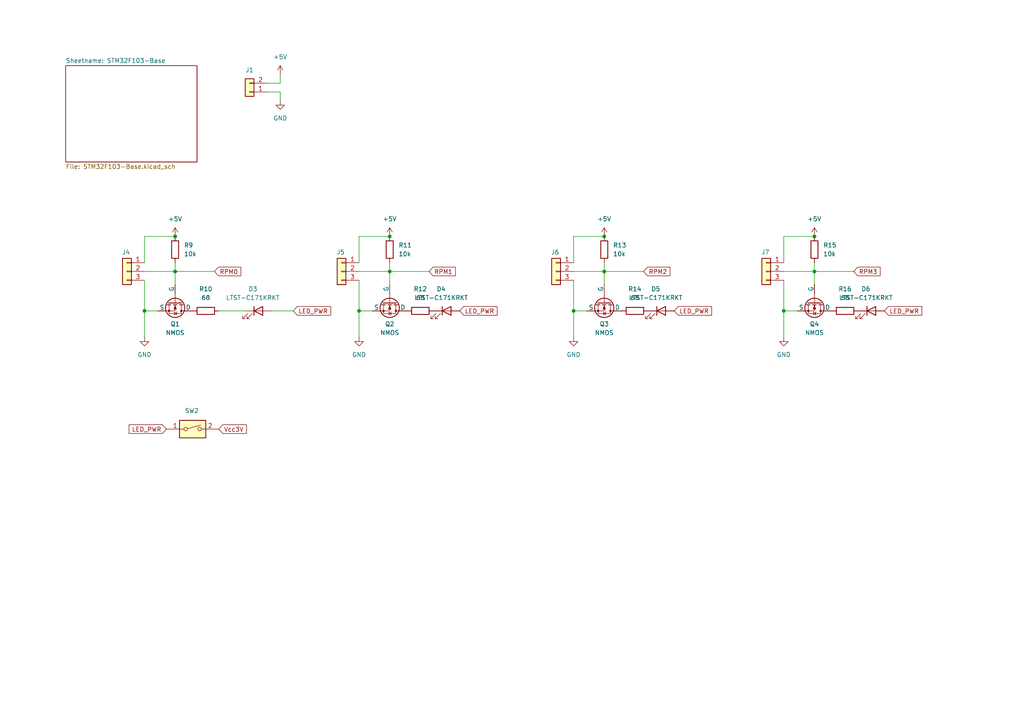
<source format=kicad_sch>
(kicad_sch
	(version 20250114)
	(generator "eeschema")
	(generator_version "9.0")
	(uuid "b861d50b-e299-45b1-8ac6-b063666949ca")
	(paper "A4")
	(lib_symbols
		(symbol "Connector_Generic:Conn_01x02"
			(pin_names
				(offset 1.016)
				(hide yes)
			)
			(exclude_from_sim no)
			(in_bom yes)
			(on_board yes)
			(property "Reference" "J"
				(at 0 2.54 0)
				(effects
					(font
						(size 1.27 1.27)
					)
				)
			)
			(property "Value" "Conn_01x02"
				(at 0 -5.08 0)
				(effects
					(font
						(size 1.27 1.27)
					)
				)
			)
			(property "Footprint" ""
				(at 0 0 0)
				(effects
					(font
						(size 1.27 1.27)
					)
					(hide yes)
				)
			)
			(property "Datasheet" "~"
				(at 0 0 0)
				(effects
					(font
						(size 1.27 1.27)
					)
					(hide yes)
				)
			)
			(property "Description" "Generic connector, single row, 01x02, script generated (kicad-library-utils/schlib/autogen/connector/)"
				(at 0 0 0)
				(effects
					(font
						(size 1.27 1.27)
					)
					(hide yes)
				)
			)
			(property "ki_keywords" "connector"
				(at 0 0 0)
				(effects
					(font
						(size 1.27 1.27)
					)
					(hide yes)
				)
			)
			(property "ki_fp_filters" "Connector*:*_1x??_*"
				(at 0 0 0)
				(effects
					(font
						(size 1.27 1.27)
					)
					(hide yes)
				)
			)
			(symbol "Conn_01x02_1_1"
				(rectangle
					(start -1.27 1.27)
					(end 1.27 -3.81)
					(stroke
						(width 0.254)
						(type default)
					)
					(fill
						(type background)
					)
				)
				(rectangle
					(start -1.27 0.127)
					(end 0 -0.127)
					(stroke
						(width 0.1524)
						(type default)
					)
					(fill
						(type none)
					)
				)
				(rectangle
					(start -1.27 -2.413)
					(end 0 -2.667)
					(stroke
						(width 0.1524)
						(type default)
					)
					(fill
						(type none)
					)
				)
				(pin passive line
					(at -5.08 0 0)
					(length 3.81)
					(name "Pin_1"
						(effects
							(font
								(size 1.27 1.27)
							)
						)
					)
					(number "1"
						(effects
							(font
								(size 1.27 1.27)
							)
						)
					)
				)
				(pin passive line
					(at -5.08 -2.54 0)
					(length 3.81)
					(name "Pin_2"
						(effects
							(font
								(size 1.27 1.27)
							)
						)
					)
					(number "2"
						(effects
							(font
								(size 1.27 1.27)
							)
						)
					)
				)
			)
			(embedded_fonts no)
		)
		(symbol "Connector_Generic:Conn_01x03"
			(pin_names
				(offset 1.016)
				(hide yes)
			)
			(exclude_from_sim no)
			(in_bom yes)
			(on_board yes)
			(property "Reference" "J"
				(at 0 5.08 0)
				(effects
					(font
						(size 1.27 1.27)
					)
				)
			)
			(property "Value" "Conn_01x03"
				(at 0 -5.08 0)
				(effects
					(font
						(size 1.27 1.27)
					)
				)
			)
			(property "Footprint" ""
				(at 0 0 0)
				(effects
					(font
						(size 1.27 1.27)
					)
					(hide yes)
				)
			)
			(property "Datasheet" "~"
				(at 0 0 0)
				(effects
					(font
						(size 1.27 1.27)
					)
					(hide yes)
				)
			)
			(property "Description" "Generic connector, single row, 01x03, script generated (kicad-library-utils/schlib/autogen/connector/)"
				(at 0 0 0)
				(effects
					(font
						(size 1.27 1.27)
					)
					(hide yes)
				)
			)
			(property "ki_keywords" "connector"
				(at 0 0 0)
				(effects
					(font
						(size 1.27 1.27)
					)
					(hide yes)
				)
			)
			(property "ki_fp_filters" "Connector*:*_1x??_*"
				(at 0 0 0)
				(effects
					(font
						(size 1.27 1.27)
					)
					(hide yes)
				)
			)
			(symbol "Conn_01x03_1_1"
				(rectangle
					(start -1.27 3.81)
					(end 1.27 -3.81)
					(stroke
						(width 0.254)
						(type default)
					)
					(fill
						(type background)
					)
				)
				(rectangle
					(start -1.27 2.667)
					(end 0 2.413)
					(stroke
						(width 0.1524)
						(type default)
					)
					(fill
						(type none)
					)
				)
				(rectangle
					(start -1.27 0.127)
					(end 0 -0.127)
					(stroke
						(width 0.1524)
						(type default)
					)
					(fill
						(type none)
					)
				)
				(rectangle
					(start -1.27 -2.413)
					(end 0 -2.667)
					(stroke
						(width 0.1524)
						(type default)
					)
					(fill
						(type none)
					)
				)
				(pin passive line
					(at -5.08 2.54 0)
					(length 3.81)
					(name "Pin_1"
						(effects
							(font
								(size 1.27 1.27)
							)
						)
					)
					(number "1"
						(effects
							(font
								(size 1.27 1.27)
							)
						)
					)
				)
				(pin passive line
					(at -5.08 0 0)
					(length 3.81)
					(name "Pin_2"
						(effects
							(font
								(size 1.27 1.27)
							)
						)
					)
					(number "2"
						(effects
							(font
								(size 1.27 1.27)
							)
						)
					)
				)
				(pin passive line
					(at -5.08 -2.54 0)
					(length 3.81)
					(name "Pin_3"
						(effects
							(font
								(size 1.27 1.27)
							)
						)
					)
					(number "3"
						(effects
							(font
								(size 1.27 1.27)
							)
						)
					)
				)
			)
			(embedded_fonts no)
		)
		(symbol "Device:LED"
			(pin_numbers
				(hide yes)
			)
			(pin_names
				(offset 1.016)
				(hide yes)
			)
			(exclude_from_sim no)
			(in_bom yes)
			(on_board yes)
			(property "Reference" "D"
				(at 0 2.54 0)
				(effects
					(font
						(size 1.27 1.27)
					)
				)
			)
			(property "Value" "LED"
				(at 0 -2.54 0)
				(effects
					(font
						(size 1.27 1.27)
					)
				)
			)
			(property "Footprint" ""
				(at 0 0 0)
				(effects
					(font
						(size 1.27 1.27)
					)
					(hide yes)
				)
			)
			(property "Datasheet" "~"
				(at 0 0 0)
				(effects
					(font
						(size 1.27 1.27)
					)
					(hide yes)
				)
			)
			(property "Description" "Light emitting diode"
				(at 0 0 0)
				(effects
					(font
						(size 1.27 1.27)
					)
					(hide yes)
				)
			)
			(property "Sim.Pins" "1=K 2=A"
				(at 0 0 0)
				(effects
					(font
						(size 1.27 1.27)
					)
					(hide yes)
				)
			)
			(property "ki_keywords" "LED diode"
				(at 0 0 0)
				(effects
					(font
						(size 1.27 1.27)
					)
					(hide yes)
				)
			)
			(property "ki_fp_filters" "LED* LED_SMD:* LED_THT:*"
				(at 0 0 0)
				(effects
					(font
						(size 1.27 1.27)
					)
					(hide yes)
				)
			)
			(symbol "LED_0_1"
				(polyline
					(pts
						(xy -3.048 -0.762) (xy -4.572 -2.286) (xy -3.81 -2.286) (xy -4.572 -2.286) (xy -4.572 -1.524)
					)
					(stroke
						(width 0)
						(type default)
					)
					(fill
						(type none)
					)
				)
				(polyline
					(pts
						(xy -1.778 -0.762) (xy -3.302 -2.286) (xy -2.54 -2.286) (xy -3.302 -2.286) (xy -3.302 -1.524)
					)
					(stroke
						(width 0)
						(type default)
					)
					(fill
						(type none)
					)
				)
				(polyline
					(pts
						(xy -1.27 0) (xy 1.27 0)
					)
					(stroke
						(width 0)
						(type default)
					)
					(fill
						(type none)
					)
				)
				(polyline
					(pts
						(xy -1.27 -1.27) (xy -1.27 1.27)
					)
					(stroke
						(width 0.254)
						(type default)
					)
					(fill
						(type none)
					)
				)
				(polyline
					(pts
						(xy 1.27 -1.27) (xy 1.27 1.27) (xy -1.27 0) (xy 1.27 -1.27)
					)
					(stroke
						(width 0.254)
						(type default)
					)
					(fill
						(type none)
					)
				)
			)
			(symbol "LED_1_1"
				(pin passive line
					(at -3.81 0 0)
					(length 2.54)
					(name "K"
						(effects
							(font
								(size 1.27 1.27)
							)
						)
					)
					(number "1"
						(effects
							(font
								(size 1.27 1.27)
							)
						)
					)
				)
				(pin passive line
					(at 3.81 0 180)
					(length 2.54)
					(name "A"
						(effects
							(font
								(size 1.27 1.27)
							)
						)
					)
					(number "2"
						(effects
							(font
								(size 1.27 1.27)
							)
						)
					)
				)
			)
			(embedded_fonts no)
		)
		(symbol "Device:R"
			(pin_numbers
				(hide yes)
			)
			(pin_names
				(offset 0)
			)
			(exclude_from_sim no)
			(in_bom yes)
			(on_board yes)
			(property "Reference" "R"
				(at 2.032 0 90)
				(effects
					(font
						(size 1.27 1.27)
					)
				)
			)
			(property "Value" "R"
				(at 0 0 90)
				(effects
					(font
						(size 1.27 1.27)
					)
				)
			)
			(property "Footprint" ""
				(at -1.778 0 90)
				(effects
					(font
						(size 1.27 1.27)
					)
					(hide yes)
				)
			)
			(property "Datasheet" "~"
				(at 0 0 0)
				(effects
					(font
						(size 1.27 1.27)
					)
					(hide yes)
				)
			)
			(property "Description" "Resistor"
				(at 0 0 0)
				(effects
					(font
						(size 1.27 1.27)
					)
					(hide yes)
				)
			)
			(property "ki_keywords" "R res resistor"
				(at 0 0 0)
				(effects
					(font
						(size 1.27 1.27)
					)
					(hide yes)
				)
			)
			(property "ki_fp_filters" "R_*"
				(at 0 0 0)
				(effects
					(font
						(size 1.27 1.27)
					)
					(hide yes)
				)
			)
			(symbol "R_0_1"
				(rectangle
					(start -1.016 -2.54)
					(end 1.016 2.54)
					(stroke
						(width 0.254)
						(type default)
					)
					(fill
						(type none)
					)
				)
			)
			(symbol "R_1_1"
				(pin passive line
					(at 0 3.81 270)
					(length 1.27)
					(name "~"
						(effects
							(font
								(size 1.27 1.27)
							)
						)
					)
					(number "1"
						(effects
							(font
								(size 1.27 1.27)
							)
						)
					)
				)
				(pin passive line
					(at 0 -3.81 90)
					(length 1.27)
					(name "~"
						(effects
							(font
								(size 1.27 1.27)
							)
						)
					)
					(number "2"
						(effects
							(font
								(size 1.27 1.27)
							)
						)
					)
				)
			)
			(embedded_fonts no)
		)
		(symbol "Simulation_SPICE:NMOS"
			(pin_numbers
				(hide yes)
			)
			(pin_names
				(offset 0)
			)
			(exclude_from_sim no)
			(in_bom yes)
			(on_board yes)
			(property "Reference" "Q"
				(at 5.08 1.27 0)
				(effects
					(font
						(size 1.27 1.27)
					)
					(justify left)
				)
			)
			(property "Value" "NMOS"
				(at 5.08 -1.27 0)
				(effects
					(font
						(size 1.27 1.27)
					)
					(justify left)
				)
			)
			(property "Footprint" ""
				(at 5.08 2.54 0)
				(effects
					(font
						(size 1.27 1.27)
					)
					(hide yes)
				)
			)
			(property "Datasheet" "https://ngspice.sourceforge.io/docs/ngspice-html-manual/manual.xhtml#cha_MOSFETs"
				(at 0 -12.7 0)
				(effects
					(font
						(size 1.27 1.27)
					)
					(hide yes)
				)
			)
			(property "Description" "N-MOSFET transistor, drain/source/gate"
				(at 0 0 0)
				(effects
					(font
						(size 1.27 1.27)
					)
					(hide yes)
				)
			)
			(property "Sim.Device" "NMOS"
				(at 0 -17.145 0)
				(effects
					(font
						(size 1.27 1.27)
					)
					(hide yes)
				)
			)
			(property "Sim.Type" "VDMOS"
				(at 0 -19.05 0)
				(effects
					(font
						(size 1.27 1.27)
					)
					(hide yes)
				)
			)
			(property "Sim.Pins" "1=D 2=G 3=S"
				(at 0 -15.24 0)
				(effects
					(font
						(size 1.27 1.27)
					)
					(hide yes)
				)
			)
			(property "ki_keywords" "transistor NMOS N-MOS N-MOSFET simulation"
				(at 0 0 0)
				(effects
					(font
						(size 1.27 1.27)
					)
					(hide yes)
				)
			)
			(symbol "NMOS_0_1"
				(polyline
					(pts
						(xy 0.254 1.905) (xy 0.254 -1.905)
					)
					(stroke
						(width 0.254)
						(type default)
					)
					(fill
						(type none)
					)
				)
				(polyline
					(pts
						(xy 0.254 0) (xy -2.54 0)
					)
					(stroke
						(width 0)
						(type default)
					)
					(fill
						(type none)
					)
				)
				(polyline
					(pts
						(xy 0.762 2.286) (xy 0.762 1.27)
					)
					(stroke
						(width 0.254)
						(type default)
					)
					(fill
						(type none)
					)
				)
				(polyline
					(pts
						(xy 0.762 0.508) (xy 0.762 -0.508)
					)
					(stroke
						(width 0.254)
						(type default)
					)
					(fill
						(type none)
					)
				)
				(polyline
					(pts
						(xy 0.762 -1.27) (xy 0.762 -2.286)
					)
					(stroke
						(width 0.254)
						(type default)
					)
					(fill
						(type none)
					)
				)
				(polyline
					(pts
						(xy 0.762 -1.778) (xy 3.302 -1.778) (xy 3.302 1.778) (xy 0.762 1.778)
					)
					(stroke
						(width 0)
						(type default)
					)
					(fill
						(type none)
					)
				)
				(polyline
					(pts
						(xy 1.016 0) (xy 2.032 0.381) (xy 2.032 -0.381) (xy 1.016 0)
					)
					(stroke
						(width 0)
						(type default)
					)
					(fill
						(type outline)
					)
				)
				(circle
					(center 1.651 0)
					(radius 2.794)
					(stroke
						(width 0.254)
						(type default)
					)
					(fill
						(type none)
					)
				)
				(polyline
					(pts
						(xy 2.54 2.54) (xy 2.54 1.778)
					)
					(stroke
						(width 0)
						(type default)
					)
					(fill
						(type none)
					)
				)
				(circle
					(center 2.54 1.778)
					(radius 0.254)
					(stroke
						(width 0)
						(type default)
					)
					(fill
						(type outline)
					)
				)
				(circle
					(center 2.54 -1.778)
					(radius 0.254)
					(stroke
						(width 0)
						(type default)
					)
					(fill
						(type outline)
					)
				)
				(polyline
					(pts
						(xy 2.54 -2.54) (xy 2.54 0) (xy 0.762 0)
					)
					(stroke
						(width 0)
						(type default)
					)
					(fill
						(type none)
					)
				)
				(polyline
					(pts
						(xy 2.794 0.508) (xy 2.921 0.381) (xy 3.683 0.381) (xy 3.81 0.254)
					)
					(stroke
						(width 0)
						(type default)
					)
					(fill
						(type none)
					)
				)
				(polyline
					(pts
						(xy 3.302 0.381) (xy 2.921 -0.254) (xy 3.683 -0.254) (xy 3.302 0.381)
					)
					(stroke
						(width 0)
						(type default)
					)
					(fill
						(type none)
					)
				)
			)
			(symbol "NMOS_1_1"
				(pin input line
					(at -5.08 0 0)
					(length 2.54)
					(name "G"
						(effects
							(font
								(size 1.27 1.27)
							)
						)
					)
					(number "2"
						(effects
							(font
								(size 1.27 1.27)
							)
						)
					)
				)
				(pin passive line
					(at 2.54 5.08 270)
					(length 2.54)
					(name "D"
						(effects
							(font
								(size 1.27 1.27)
							)
						)
					)
					(number "1"
						(effects
							(font
								(size 1.27 1.27)
							)
						)
					)
				)
				(pin passive line
					(at 2.54 -5.08 90)
					(length 2.54)
					(name "S"
						(effects
							(font
								(size 1.27 1.27)
							)
						)
					)
					(number "3"
						(effects
							(font
								(size 1.27 1.27)
							)
						)
					)
				)
			)
			(embedded_fonts no)
		)
		(symbol "Switch:SW_DIP_x01"
			(pin_names
				(offset 0)
				(hide yes)
			)
			(exclude_from_sim no)
			(in_bom yes)
			(on_board yes)
			(property "Reference" "SW"
				(at 0 3.81 0)
				(effects
					(font
						(size 1.27 1.27)
					)
				)
			)
			(property "Value" "SW_DIP_x01"
				(at 0 -3.81 0)
				(effects
					(font
						(size 1.27 1.27)
					)
				)
			)
			(property "Footprint" ""
				(at 0 0 0)
				(effects
					(font
						(size 1.27 1.27)
					)
					(hide yes)
				)
			)
			(property "Datasheet" "~"
				(at 0 0 0)
				(effects
					(font
						(size 1.27 1.27)
					)
					(hide yes)
				)
			)
			(property "Description" "1x DIP Switch, Single Pole Single Throw (SPST) switch, small symbol"
				(at 0 0 0)
				(effects
					(font
						(size 1.27 1.27)
					)
					(hide yes)
				)
			)
			(property "ki_keywords" "dip switch"
				(at 0 0 0)
				(effects
					(font
						(size 1.27 1.27)
					)
					(hide yes)
				)
			)
			(property "ki_fp_filters" "SW?DIP?x1*"
				(at 0 0 0)
				(effects
					(font
						(size 1.27 1.27)
					)
					(hide yes)
				)
			)
			(symbol "SW_DIP_x01_0_0"
				(circle
					(center -2.032 0)
					(radius 0.508)
					(stroke
						(width 0)
						(type default)
					)
					(fill
						(type none)
					)
				)
				(polyline
					(pts
						(xy -1.524 0.127) (xy 2.3622 1.1684)
					)
					(stroke
						(width 0)
						(type default)
					)
					(fill
						(type none)
					)
				)
				(circle
					(center 2.032 0)
					(radius 0.508)
					(stroke
						(width 0)
						(type default)
					)
					(fill
						(type none)
					)
				)
			)
			(symbol "SW_DIP_x01_0_1"
				(rectangle
					(start -3.81 2.54)
					(end 3.81 -2.54)
					(stroke
						(width 0.254)
						(type default)
					)
					(fill
						(type background)
					)
				)
			)
			(symbol "SW_DIP_x01_1_1"
				(pin passive line
					(at -7.62 0 0)
					(length 5.08)
					(name "~"
						(effects
							(font
								(size 1.27 1.27)
							)
						)
					)
					(number "1"
						(effects
							(font
								(size 1.27 1.27)
							)
						)
					)
				)
				(pin passive line
					(at 7.62 0 180)
					(length 5.08)
					(name "~"
						(effects
							(font
								(size 1.27 1.27)
							)
						)
					)
					(number "2"
						(effects
							(font
								(size 1.27 1.27)
							)
						)
					)
				)
			)
			(embedded_fonts no)
		)
		(symbol "power:+5V"
			(power)
			(pin_numbers
				(hide yes)
			)
			(pin_names
				(offset 0)
				(hide yes)
			)
			(exclude_from_sim no)
			(in_bom yes)
			(on_board yes)
			(property "Reference" "#PWR"
				(at 0 -3.81 0)
				(effects
					(font
						(size 1.27 1.27)
					)
					(hide yes)
				)
			)
			(property "Value" "+5V"
				(at 0 3.556 0)
				(effects
					(font
						(size 1.27 1.27)
					)
				)
			)
			(property "Footprint" ""
				(at 0 0 0)
				(effects
					(font
						(size 1.27 1.27)
					)
					(hide yes)
				)
			)
			(property "Datasheet" ""
				(at 0 0 0)
				(effects
					(font
						(size 1.27 1.27)
					)
					(hide yes)
				)
			)
			(property "Description" "Power symbol creates a global label with name \"+5V\""
				(at 0 0 0)
				(effects
					(font
						(size 1.27 1.27)
					)
					(hide yes)
				)
			)
			(property "ki_keywords" "global power"
				(at 0 0 0)
				(effects
					(font
						(size 1.27 1.27)
					)
					(hide yes)
				)
			)
			(symbol "+5V_0_1"
				(polyline
					(pts
						(xy -0.762 1.27) (xy 0 2.54)
					)
					(stroke
						(width 0)
						(type default)
					)
					(fill
						(type none)
					)
				)
				(polyline
					(pts
						(xy 0 2.54) (xy 0.762 1.27)
					)
					(stroke
						(width 0)
						(type default)
					)
					(fill
						(type none)
					)
				)
				(polyline
					(pts
						(xy 0 0) (xy 0 2.54)
					)
					(stroke
						(width 0)
						(type default)
					)
					(fill
						(type none)
					)
				)
			)
			(symbol "+5V_1_1"
				(pin power_in line
					(at 0 0 90)
					(length 0)
					(name "~"
						(effects
							(font
								(size 1.27 1.27)
							)
						)
					)
					(number "1"
						(effects
							(font
								(size 1.27 1.27)
							)
						)
					)
				)
			)
			(embedded_fonts no)
		)
		(symbol "power:GND"
			(power)
			(pin_numbers
				(hide yes)
			)
			(pin_names
				(offset 0)
				(hide yes)
			)
			(exclude_from_sim no)
			(in_bom yes)
			(on_board yes)
			(property "Reference" "#PWR"
				(at 0 -6.35 0)
				(effects
					(font
						(size 1.27 1.27)
					)
					(hide yes)
				)
			)
			(property "Value" "GND"
				(at 0 -3.81 0)
				(effects
					(font
						(size 1.27 1.27)
					)
				)
			)
			(property "Footprint" ""
				(at 0 0 0)
				(effects
					(font
						(size 1.27 1.27)
					)
					(hide yes)
				)
			)
			(property "Datasheet" ""
				(at 0 0 0)
				(effects
					(font
						(size 1.27 1.27)
					)
					(hide yes)
				)
			)
			(property "Description" "Power symbol creates a global label with name \"GND\" , ground"
				(at 0 0 0)
				(effects
					(font
						(size 1.27 1.27)
					)
					(hide yes)
				)
			)
			(property "ki_keywords" "global power"
				(at 0 0 0)
				(effects
					(font
						(size 1.27 1.27)
					)
					(hide yes)
				)
			)
			(symbol "GND_0_1"
				(polyline
					(pts
						(xy 0 0) (xy 0 -1.27) (xy 1.27 -1.27) (xy 0 -2.54) (xy -1.27 -1.27) (xy 0 -1.27)
					)
					(stroke
						(width 0)
						(type default)
					)
					(fill
						(type none)
					)
				)
			)
			(symbol "GND_1_1"
				(pin power_in line
					(at 0 0 270)
					(length 0)
					(name "~"
						(effects
							(font
								(size 1.27 1.27)
							)
						)
					)
					(number "1"
						(effects
							(font
								(size 1.27 1.27)
							)
						)
					)
				)
			)
			(embedded_fonts no)
		)
	)
	(junction
		(at 175.26 78.74)
		(diameter 0)
		(color 0 0 0 0)
		(uuid "3775603a-24fd-4e0f-80ea-589669593000")
	)
	(junction
		(at 113.03 78.74)
		(diameter 0)
		(color 0 0 0 0)
		(uuid "47e065e2-a0e2-495c-9e8f-1ac279d09bf5")
	)
	(junction
		(at 236.22 68.58)
		(diameter 0)
		(color 0 0 0 0)
		(uuid "60e08c2f-3b75-4686-812a-c5abf49dcba7")
	)
	(junction
		(at 104.14 90.17)
		(diameter 0)
		(color 0 0 0 0)
		(uuid "68b59886-e4ab-423d-8f65-903b29d5962a")
	)
	(junction
		(at 50.8 78.74)
		(diameter 0)
		(color 0 0 0 0)
		(uuid "6c166fa7-ae7b-49cb-b834-f3b42465a2e9")
	)
	(junction
		(at 113.03 68.58)
		(diameter 0)
		(color 0 0 0 0)
		(uuid "6cc345dd-b908-47a6-a239-8ba2952ee255")
	)
	(junction
		(at 175.26 68.58)
		(diameter 0)
		(color 0 0 0 0)
		(uuid "6f61220d-e254-41ae-9ec9-67e95e4b3ea9")
	)
	(junction
		(at 236.22 78.74)
		(diameter 0)
		(color 0 0 0 0)
		(uuid "86c8d23e-1f27-4cbd-8d90-403fb66dc222")
	)
	(junction
		(at 41.91 90.17)
		(diameter 0)
		(color 0 0 0 0)
		(uuid "8b15dabd-f73c-4a62-af4c-552267705b24")
	)
	(junction
		(at 166.37 90.17)
		(diameter 0)
		(color 0 0 0 0)
		(uuid "b5911e7f-fd6b-47d5-87d0-e62827cae997")
	)
	(junction
		(at 50.8 68.58)
		(diameter 0)
		(color 0 0 0 0)
		(uuid "d10666a4-b529-474b-baea-30c2b52b112b")
	)
	(junction
		(at 227.33 90.17)
		(diameter 0)
		(color 0 0 0 0)
		(uuid "e319cfb4-a8a4-476f-90d2-3cd01b721bb8")
	)
	(wire
		(pts
			(xy 104.14 68.58) (xy 113.03 68.58)
		)
		(stroke
			(width 0)
			(type default)
		)
		(uuid "0099f66d-4ea5-4384-8fb8-ad08ce00d5a6")
	)
	(wire
		(pts
			(xy 236.22 78.74) (xy 227.33 78.74)
		)
		(stroke
			(width 0)
			(type default)
		)
		(uuid "011d65bd-3f3b-4471-9431-1e0cea1f66d0")
	)
	(wire
		(pts
			(xy 227.33 68.58) (xy 236.22 68.58)
		)
		(stroke
			(width 0)
			(type default)
		)
		(uuid "0b0791bb-faf6-4726-9839-d1f7eaba52b5")
	)
	(wire
		(pts
			(xy 77.47 24.13) (xy 81.28 24.13)
		)
		(stroke
			(width 0)
			(type default)
		)
		(uuid "10e82128-6261-4894-9ab9-e2a52697988a")
	)
	(wire
		(pts
			(xy 104.14 81.28) (xy 104.14 90.17)
		)
		(stroke
			(width 0)
			(type default)
		)
		(uuid "11a467d7-35e0-44c3-b7c1-de115b3680e6")
	)
	(wire
		(pts
			(xy 227.33 90.17) (xy 231.14 90.17)
		)
		(stroke
			(width 0)
			(type default)
		)
		(uuid "1358084d-8da6-4c7a-b660-4b753f6d10cc")
	)
	(wire
		(pts
			(xy 166.37 90.17) (xy 170.18 90.17)
		)
		(stroke
			(width 0)
			(type default)
		)
		(uuid "1656b9fb-be2d-4fcc-90cd-2a17879d12cd")
	)
	(wire
		(pts
			(xy 227.33 90.17) (xy 227.33 97.79)
		)
		(stroke
			(width 0)
			(type default)
		)
		(uuid "1866309e-a99f-479c-ae47-0e0b08e807a8")
	)
	(wire
		(pts
			(xy 104.14 76.2) (xy 104.14 68.58)
		)
		(stroke
			(width 0)
			(type default)
		)
		(uuid "1b1e91f8-300a-476a-8d8c-939ec8500d48")
	)
	(wire
		(pts
			(xy 113.03 78.74) (xy 104.14 78.74)
		)
		(stroke
			(width 0)
			(type default)
		)
		(uuid "1b6d8616-d251-47c9-b2d3-ab6b97422dda")
	)
	(wire
		(pts
			(xy 166.37 76.2) (xy 166.37 68.58)
		)
		(stroke
			(width 0)
			(type default)
		)
		(uuid "38d40648-098f-4602-b378-143eb3462b65")
	)
	(wire
		(pts
			(xy 113.03 78.74) (xy 124.46 78.74)
		)
		(stroke
			(width 0)
			(type default)
		)
		(uuid "38f864d9-5502-4823-9868-a50ab6507d51")
	)
	(wire
		(pts
			(xy 166.37 81.28) (xy 166.37 90.17)
		)
		(stroke
			(width 0)
			(type default)
		)
		(uuid "3bcd4848-d7b7-4d34-8d4f-ca9c5aac2e8c")
	)
	(wire
		(pts
			(xy 236.22 78.74) (xy 247.65 78.74)
		)
		(stroke
			(width 0)
			(type default)
		)
		(uuid "3f25f10b-f071-4622-b9b6-f19c7e0d87d0")
	)
	(wire
		(pts
			(xy 166.37 90.17) (xy 166.37 97.79)
		)
		(stroke
			(width 0)
			(type default)
		)
		(uuid "609dc2df-4eb8-40cc-ab97-8a21f6522262")
	)
	(wire
		(pts
			(xy 41.91 76.2) (xy 41.91 68.58)
		)
		(stroke
			(width 0)
			(type default)
		)
		(uuid "61332c1b-3773-4a73-adb5-75c0d91a802b")
	)
	(wire
		(pts
			(xy 50.8 76.2) (xy 50.8 78.74)
		)
		(stroke
			(width 0)
			(type default)
		)
		(uuid "66766d15-fbad-42e2-a549-7fbb2d90e8e0")
	)
	(wire
		(pts
			(xy 113.03 78.74) (xy 113.03 82.55)
		)
		(stroke
			(width 0)
			(type default)
		)
		(uuid "7014b367-2734-4610-9e72-032f384e8cf6")
	)
	(wire
		(pts
			(xy 41.91 90.17) (xy 41.91 97.79)
		)
		(stroke
			(width 0)
			(type default)
		)
		(uuid "7368db5e-e45e-49af-a8b2-bc6570e7064e")
	)
	(wire
		(pts
			(xy 227.33 76.2) (xy 227.33 68.58)
		)
		(stroke
			(width 0)
			(type default)
		)
		(uuid "849081a5-2b3f-47ec-9db6-489ee9fb9d46")
	)
	(wire
		(pts
			(xy 50.8 78.74) (xy 50.8 82.55)
		)
		(stroke
			(width 0)
			(type default)
		)
		(uuid "864d341b-7319-4d09-925a-e4b3fe3f1b2e")
	)
	(wire
		(pts
			(xy 113.03 76.2) (xy 113.03 78.74)
		)
		(stroke
			(width 0)
			(type default)
		)
		(uuid "934b7744-036d-4ae9-9073-d11d0089c1c3")
	)
	(wire
		(pts
			(xy 236.22 76.2) (xy 236.22 78.74)
		)
		(stroke
			(width 0)
			(type default)
		)
		(uuid "94919263-e36b-4a39-970b-14817edfb3ae")
	)
	(wire
		(pts
			(xy 85.09 90.17) (xy 78.74 90.17)
		)
		(stroke
			(width 0)
			(type default)
		)
		(uuid "9bc92ef6-a954-41c5-83d8-ffc50b563c33")
	)
	(wire
		(pts
			(xy 41.91 90.17) (xy 45.72 90.17)
		)
		(stroke
			(width 0)
			(type default)
		)
		(uuid "a0252b5d-87d1-4ff0-af0d-11cdf520dba9")
	)
	(wire
		(pts
			(xy 175.26 78.74) (xy 186.69 78.74)
		)
		(stroke
			(width 0)
			(type default)
		)
		(uuid "a22a3199-c6a5-40e0-875c-d9de85b5470a")
	)
	(wire
		(pts
			(xy 166.37 68.58) (xy 175.26 68.58)
		)
		(stroke
			(width 0)
			(type default)
		)
		(uuid "a38ec7f3-18af-4140-a388-3e3b7c38352f")
	)
	(wire
		(pts
			(xy 175.26 78.74) (xy 166.37 78.74)
		)
		(stroke
			(width 0)
			(type default)
		)
		(uuid "a4874d82-bf9f-4b19-b1b6-0e0824ff1e3e")
	)
	(wire
		(pts
			(xy 41.91 68.58) (xy 50.8 68.58)
		)
		(stroke
			(width 0)
			(type default)
		)
		(uuid "aca7ba29-40f8-4442-aa5b-9b627d6324bd")
	)
	(wire
		(pts
			(xy 104.14 90.17) (xy 104.14 97.79)
		)
		(stroke
			(width 0)
			(type default)
		)
		(uuid "b381fa6d-41d4-4862-a654-c8cd7e618783")
	)
	(wire
		(pts
			(xy 104.14 90.17) (xy 107.95 90.17)
		)
		(stroke
			(width 0)
			(type default)
		)
		(uuid "bc010722-820c-4893-8006-63059723c838")
	)
	(wire
		(pts
			(xy 81.28 24.13) (xy 81.28 21.59)
		)
		(stroke
			(width 0)
			(type default)
		)
		(uuid "c553cc13-f519-4e31-b8a8-ac3abf6c4455")
	)
	(wire
		(pts
			(xy 50.8 78.74) (xy 62.23 78.74)
		)
		(stroke
			(width 0)
			(type default)
		)
		(uuid "d0dac06f-342b-4066-86be-e05c1a4d0bff")
	)
	(wire
		(pts
			(xy 41.91 81.28) (xy 41.91 90.17)
		)
		(stroke
			(width 0)
			(type default)
		)
		(uuid "d517cbc2-9aeb-496d-affa-c837afb38b77")
	)
	(wire
		(pts
			(xy 236.22 78.74) (xy 236.22 82.55)
		)
		(stroke
			(width 0)
			(type default)
		)
		(uuid "e038e9b9-6f6c-4262-b381-391a9e8fcb70")
	)
	(wire
		(pts
			(xy 50.8 78.74) (xy 41.91 78.74)
		)
		(stroke
			(width 0)
			(type default)
		)
		(uuid "ea78ec8f-408b-4448-a469-4a6c596acbd0")
	)
	(wire
		(pts
			(xy 175.26 76.2) (xy 175.26 78.74)
		)
		(stroke
			(width 0)
			(type default)
		)
		(uuid "efd24d31-fb9a-4e45-a207-ebe4bbbbc58a")
	)
	(wire
		(pts
			(xy 77.47 26.67) (xy 81.28 26.67)
		)
		(stroke
			(width 0)
			(type default)
		)
		(uuid "f5b645fd-f7df-4000-8190-3b069053f642")
	)
	(wire
		(pts
			(xy 227.33 81.28) (xy 227.33 90.17)
		)
		(stroke
			(width 0)
			(type default)
		)
		(uuid "f75e9ff1-f943-4087-8c82-add0c66b92d0")
	)
	(wire
		(pts
			(xy 81.28 26.67) (xy 81.28 29.21)
		)
		(stroke
			(width 0)
			(type default)
		)
		(uuid "f971e9bb-d429-4312-a50b-dd50ddcce3cb")
	)
	(wire
		(pts
			(xy 175.26 78.74) (xy 175.26 82.55)
		)
		(stroke
			(width 0)
			(type default)
		)
		(uuid "ff0acfef-8ecb-4b2d-a96f-f585890946f3")
	)
	(wire
		(pts
			(xy 71.12 90.17) (xy 63.5 90.17)
		)
		(stroke
			(width 0)
			(type default)
		)
		(uuid "ff7c3f91-0e5c-493d-86d7-36c731ea374b")
	)
	(global_label "RPM2"
		(shape input)
		(at 186.69 78.74 0)
		(fields_autoplaced yes)
		(effects
			(font
				(size 1.27 1.27)
			)
			(justify left)
		)
		(uuid "37984181-c1b4-41f4-959e-627796da5adc")
		(property "Intersheetrefs" "${INTERSHEET_REFS}"
			(at 194.8761 78.74 0)
			(effects
				(font
					(size 1.27 1.27)
				)
				(justify left)
				(hide yes)
			)
		)
	)
	(global_label "RPM1"
		(shape input)
		(at 124.46 78.74 0)
		(fields_autoplaced yes)
		(effects
			(font
				(size 1.27 1.27)
			)
			(justify left)
		)
		(uuid "4499f272-20f5-4268-91dc-cf3bc004bc28")
		(property "Intersheetrefs" "${INTERSHEET_REFS}"
			(at 132.6461 78.74 0)
			(effects
				(font
					(size 1.27 1.27)
				)
				(justify left)
				(hide yes)
			)
		)
	)
	(global_label "Vcc3V"
		(shape input)
		(at 63.5 124.46 0)
		(fields_autoplaced yes)
		(effects
			(font
				(size 1.27 1.27)
			)
			(justify left)
		)
		(uuid "4ab6dcf3-2a84-48a3-ae6b-459f23418dda")
		(property "Intersheetrefs" "${INTERSHEET_REFS}"
			(at 72.0491 124.46 0)
			(effects
				(font
					(size 1.27 1.27)
				)
				(justify left)
				(hide yes)
			)
		)
	)
	(global_label "LED_PWR"
		(shape input)
		(at 85.09 90.17 0)
		(fields_autoplaced yes)
		(effects
			(font
				(size 1.27 1.27)
			)
			(justify left)
		)
		(uuid "58d58fd2-5741-482d-b5cc-eb0c4ea4b04b")
		(property "Intersheetrefs" "${INTERSHEET_REFS}"
			(at 96.4813 90.17 0)
			(effects
				(font
					(size 1.27 1.27)
				)
				(justify left)
				(hide yes)
			)
		)
	)
	(global_label "LED_PWR"
		(shape input)
		(at 256.54 90.17 0)
		(fields_autoplaced yes)
		(effects
			(font
				(size 1.27 1.27)
			)
			(justify left)
		)
		(uuid "6679a966-9052-4c2a-8287-0ac8d6d0eac8")
		(property "Intersheetrefs" "${INTERSHEET_REFS}"
			(at 267.9313 90.17 0)
			(effects
				(font
					(size 1.27 1.27)
				)
				(justify left)
				(hide yes)
			)
		)
	)
	(global_label "LED_PWR"
		(shape input)
		(at 133.35 90.17 0)
		(fields_autoplaced yes)
		(effects
			(font
				(size 1.27 1.27)
			)
			(justify left)
		)
		(uuid "6d962f52-2cab-4f44-b53e-542b1655deef")
		(property "Intersheetrefs" "${INTERSHEET_REFS}"
			(at 144.7413 90.17 0)
			(effects
				(font
					(size 1.27 1.27)
				)
				(justify left)
				(hide yes)
			)
		)
	)
	(global_label "LED_PWR"
		(shape input)
		(at 195.58 90.17 0)
		(fields_autoplaced yes)
		(effects
			(font
				(size 1.27 1.27)
			)
			(justify left)
		)
		(uuid "a83eb818-a76b-4836-99c1-c7be81df6967")
		(property "Intersheetrefs" "${INTERSHEET_REFS}"
			(at 206.9713 90.17 0)
			(effects
				(font
					(size 1.27 1.27)
				)
				(justify left)
				(hide yes)
			)
		)
	)
	(global_label "RPM0"
		(shape input)
		(at 62.23 78.74 0)
		(fields_autoplaced yes)
		(effects
			(font
				(size 1.27 1.27)
			)
			(justify left)
		)
		(uuid "aba3ec74-9e90-46d1-b9dc-ca68078a1baa")
		(property "Intersheetrefs" "${INTERSHEET_REFS}"
			(at 70.4161 78.74 0)
			(effects
				(font
					(size 1.27 1.27)
				)
				(justify left)
				(hide yes)
			)
		)
	)
	(global_label "RPM3"
		(shape input)
		(at 247.65 78.74 0)
		(fields_autoplaced yes)
		(effects
			(font
				(size 1.27 1.27)
			)
			(justify left)
		)
		(uuid "d190ddff-4583-41fa-80f6-2441683ea6e0")
		(property "Intersheetrefs" "${INTERSHEET_REFS}"
			(at 255.8361 78.74 0)
			(effects
				(font
					(size 1.27 1.27)
				)
				(justify left)
				(hide yes)
			)
		)
	)
	(global_label "LED_PWR"
		(shape input)
		(at 48.26 124.46 180)
		(fields_autoplaced yes)
		(effects
			(font
				(size 1.27 1.27)
			)
			(justify right)
		)
		(uuid "d51bbce3-5b28-4371-a354-2e0e8be063f2")
		(property "Intersheetrefs" "${INTERSHEET_REFS}"
			(at 36.8687 124.46 0)
			(effects
				(font
					(size 1.27 1.27)
				)
				(justify right)
				(hide yes)
			)
		)
	)
	(symbol
		(lib_id "Simulation_SPICE:NMOS")
		(at 113.03 87.63 270)
		(unit 1)
		(exclude_from_sim no)
		(in_bom yes)
		(on_board yes)
		(dnp no)
		(uuid "0aff19ed-afb2-4a6c-a55f-fa6efcd75200")
		(property "Reference" "Q2"
			(at 113.03 93.98 90)
			(effects
				(font
					(size 1.27 1.27)
				)
			)
		)
		(property "Value" "NMOS"
			(at 113.03 96.52 90)
			(effects
				(font
					(size 1.27 1.27)
				)
			)
		)
		(property "Footprint" "Package_TO_SOT_SMD:SOT-23_Handsoldering"
			(at 115.57 92.71 0)
			(effects
				(font
					(size 1.27 1.27)
				)
				(hide yes)
			)
		)
		(property "Datasheet" "https://ngspice.sourceforge.io/docs/ngspice-html-manual/manual.xhtml#cha_MOSFETs"
			(at 100.33 87.63 0)
			(effects
				(font
					(size 1.27 1.27)
				)
				(hide yes)
			)
		)
		(property "Description" "N-MOSFET transistor, drain/source/gate"
			(at 113.03 87.63 0)
			(effects
				(font
					(size 1.27 1.27)
				)
				(hide yes)
			)
		)
		(property "Sim.Device" "NMOS"
			(at 95.885 87.63 0)
			(effects
				(font
					(size 1.27 1.27)
				)
				(hide yes)
			)
		)
		(property "Sim.Type" "VDMOS"
			(at 93.98 87.63 0)
			(effects
				(font
					(size 1.27 1.27)
				)
				(hide yes)
			)
		)
		(property "Sim.Pins" "1=D 2=G 3=S"
			(at 97.79 87.63 0)
			(effects
				(font
					(size 1.27 1.27)
				)
				(hide yes)
			)
		)
		(property "Digikey Part Number" "1727-4789-1-ND"
			(at 113.03 87.63 0)
			(effects
				(font
					(size 1.27 1.27)
				)
				(hide yes)
			)
		)
		(pin "3"
			(uuid "d9234a3f-75dc-415d-9df2-1f6901116bc1")
		)
		(pin "2"
			(uuid "4a8876af-4a07-4b5c-893d-0a6ac00739b9")
		)
		(pin "1"
			(uuid "1603a88d-f698-4554-bb7a-a6bdc575b83c")
		)
		(instances
			(project "HallEffectManager"
				(path "/b861d50b-e299-45b1-8ac6-b063666949ca"
					(reference "Q2")
					(unit 1)
				)
			)
		)
	)
	(symbol
		(lib_id "Simulation_SPICE:NMOS")
		(at 236.22 87.63 270)
		(unit 1)
		(exclude_from_sim no)
		(in_bom yes)
		(on_board yes)
		(dnp no)
		(uuid "0c42b655-4dc8-4a07-932a-eb9c37bb230b")
		(property "Reference" "Q4"
			(at 236.22 93.98 90)
			(effects
				(font
					(size 1.27 1.27)
				)
			)
		)
		(property "Value" "NMOS"
			(at 236.22 96.52 90)
			(effects
				(font
					(size 1.27 1.27)
				)
			)
		)
		(property "Footprint" "Package_TO_SOT_SMD:SOT-23_Handsoldering"
			(at 238.76 92.71 0)
			(effects
				(font
					(size 1.27 1.27)
				)
				(hide yes)
			)
		)
		(property "Datasheet" "https://ngspice.sourceforge.io/docs/ngspice-html-manual/manual.xhtml#cha_MOSFETs"
			(at 223.52 87.63 0)
			(effects
				(font
					(size 1.27 1.27)
				)
				(hide yes)
			)
		)
		(property "Description" "N-MOSFET transistor, drain/source/gate"
			(at 236.22 87.63 0)
			(effects
				(font
					(size 1.27 1.27)
				)
				(hide yes)
			)
		)
		(property "Sim.Device" "NMOS"
			(at 219.075 87.63 0)
			(effects
				(font
					(size 1.27 1.27)
				)
				(hide yes)
			)
		)
		(property "Sim.Type" "VDMOS"
			(at 217.17 87.63 0)
			(effects
				(font
					(size 1.27 1.27)
				)
				(hide yes)
			)
		)
		(property "Sim.Pins" "1=D 2=G 3=S"
			(at 220.98 87.63 0)
			(effects
				(font
					(size 1.27 1.27)
				)
				(hide yes)
			)
		)
		(property "Digikey Part Number" "1727-4789-1-ND"
			(at 236.22 87.63 0)
			(effects
				(font
					(size 1.27 1.27)
				)
				(hide yes)
			)
		)
		(pin "3"
			(uuid "6702c959-54e7-4690-8fa3-65ab43b3b8e5")
		)
		(pin "2"
			(uuid "8386c38b-c0a6-482c-b380-bb02d01de0ff")
		)
		(pin "1"
			(uuid "8d3cf951-dd53-4021-8b4f-4887258415ba")
		)
		(instances
			(project "HallEffectManager"
				(path "/b861d50b-e299-45b1-8ac6-b063666949ca"
					(reference "Q4")
					(unit 1)
				)
			)
		)
	)
	(symbol
		(lib_id "Device:LED")
		(at 74.93 90.17 0)
		(unit 1)
		(exclude_from_sim no)
		(in_bom yes)
		(on_board yes)
		(dnp no)
		(fields_autoplaced yes)
		(uuid "0e413963-c6c2-4398-9d5c-bdb099c24d11")
		(property "Reference" "D3"
			(at 73.3425 83.82 0)
			(effects
				(font
					(size 1.27 1.27)
				)
			)
		)
		(property "Value" "LTST-C171KRKT"
			(at 73.3425 86.36 0)
			(effects
				(font
					(size 1.27 1.27)
				)
			)
		)
		(property "Footprint" "LED_SMD:LED_0805_2012Metric_Pad1.15x1.40mm_HandSolder"
			(at 74.93 90.17 0)
			(effects
				(font
					(size 1.27 1.27)
				)
				(hide yes)
			)
		)
		(property "Datasheet" "~"
			(at 74.93 90.17 0)
			(effects
				(font
					(size 1.27 1.27)
				)
				(hide yes)
			)
		)
		(property "Description" "Light emitting diode"
			(at 74.93 90.17 0)
			(effects
				(font
					(size 1.27 1.27)
				)
				(hide yes)
			)
		)
		(property "Sim.Pins" "1=K 2=A"
			(at 74.93 90.17 0)
			(effects
				(font
					(size 1.27 1.27)
				)
				(hide yes)
			)
		)
		(property "Digikey Part Number" "160-1427-1-ND"
			(at 74.93 90.17 0)
			(effects
				(font
					(size 1.27 1.27)
				)
				(hide yes)
			)
		)
		(pin "2"
			(uuid "091042a7-4c3c-4b7b-b75f-e1c258b11a8b")
		)
		(pin "1"
			(uuid "f910c62e-9f1e-48e1-af32-f2844b09a9ea")
		)
		(instances
			(project ""
				(path "/b861d50b-e299-45b1-8ac6-b063666949ca"
					(reference "D3")
					(unit 1)
				)
			)
		)
	)
	(symbol
		(lib_id "Device:R")
		(at 50.8 72.39 0)
		(unit 1)
		(exclude_from_sim no)
		(in_bom yes)
		(on_board yes)
		(dnp no)
		(fields_autoplaced yes)
		(uuid "1b0c8bc1-5a93-4776-b5e3-0d6d80bcc7fd")
		(property "Reference" "R9"
			(at 53.34 71.1199 0)
			(effects
				(font
					(size 1.27 1.27)
				)
				(justify left)
			)
		)
		(property "Value" "10k"
			(at 53.34 73.6599 0)
			(effects
				(font
					(size 1.27 1.27)
				)
				(justify left)
			)
		)
		(property "Footprint" "Resistor_SMD:R_0603_1608Metric_Pad0.98x0.95mm_HandSolder"
			(at 49.022 72.39 90)
			(effects
				(font
					(size 1.27 1.27)
				)
				(hide yes)
			)
		)
		(property "Datasheet" "~"
			(at 50.8 72.39 0)
			(effects
				(font
					(size 1.27 1.27)
				)
				(hide yes)
			)
		)
		(property "Description" "Resistor"
			(at 50.8 72.39 0)
			(effects
				(font
					(size 1.27 1.27)
				)
				(hide yes)
			)
		)
		(property "Digikey Part Number" "541-2817-1-ND"
			(at 50.8 72.39 0)
			(effects
				(font
					(size 1.27 1.27)
				)
				(hide yes)
			)
		)
		(pin "2"
			(uuid "9388f2bc-74cd-4683-98a6-9eec566e2799")
		)
		(pin "1"
			(uuid "ce5eb89e-aab3-4b7f-8583-40b1794637a8")
		)
		(instances
			(project ""
				(path "/b861d50b-e299-45b1-8ac6-b063666949ca"
					(reference "R9")
					(unit 1)
				)
			)
		)
	)
	(symbol
		(lib_id "power:GND")
		(at 41.91 97.79 0)
		(unit 1)
		(exclude_from_sim no)
		(in_bom yes)
		(on_board yes)
		(dnp no)
		(fields_autoplaced yes)
		(uuid "22a37e64-d56c-477f-bdda-e46437b2295c")
		(property "Reference" "#PWR019"
			(at 41.91 104.14 0)
			(effects
				(font
					(size 1.27 1.27)
				)
				(hide yes)
			)
		)
		(property "Value" "GND"
			(at 41.91 102.87 0)
			(effects
				(font
					(size 1.27 1.27)
				)
			)
		)
		(property "Footprint" ""
			(at 41.91 97.79 0)
			(effects
				(font
					(size 1.27 1.27)
				)
				(hide yes)
			)
		)
		(property "Datasheet" ""
			(at 41.91 97.79 0)
			(effects
				(font
					(size 1.27 1.27)
				)
				(hide yes)
			)
		)
		(property "Description" "Power symbol creates a global label with name \"GND\" , ground"
			(at 41.91 97.79 0)
			(effects
				(font
					(size 1.27 1.27)
				)
				(hide yes)
			)
		)
		(pin "1"
			(uuid "b383b2f5-f062-41c5-b06d-e856745bcf2e")
		)
		(instances
			(project ""
				(path "/b861d50b-e299-45b1-8ac6-b063666949ca"
					(reference "#PWR019")
					(unit 1)
				)
			)
		)
	)
	(symbol
		(lib_id "Simulation_SPICE:NMOS")
		(at 50.8 87.63 270)
		(unit 1)
		(exclude_from_sim no)
		(in_bom yes)
		(on_board yes)
		(dnp no)
		(uuid "22caf3ed-c428-48a3-948d-6f9c463d9dbc")
		(property "Reference" "Q1"
			(at 50.8 93.98 90)
			(effects
				(font
					(size 1.27 1.27)
				)
			)
		)
		(property "Value" "NMOS"
			(at 50.8 96.52 90)
			(effects
				(font
					(size 1.27 1.27)
				)
			)
		)
		(property "Footprint" "Package_TO_SOT_SMD:SOT-23_Handsoldering"
			(at 53.34 92.71 0)
			(effects
				(font
					(size 1.27 1.27)
				)
				(hide yes)
			)
		)
		(property "Datasheet" "https://ngspice.sourceforge.io/docs/ngspice-html-manual/manual.xhtml#cha_MOSFETs"
			(at 38.1 87.63 0)
			(effects
				(font
					(size 1.27 1.27)
				)
				(hide yes)
			)
		)
		(property "Description" "N-MOSFET transistor, drain/source/gate"
			(at 50.8 87.63 0)
			(effects
				(font
					(size 1.27 1.27)
				)
				(hide yes)
			)
		)
		(property "Sim.Device" "NMOS"
			(at 33.655 87.63 0)
			(effects
				(font
					(size 1.27 1.27)
				)
				(hide yes)
			)
		)
		(property "Sim.Type" "VDMOS"
			(at 31.75 87.63 0)
			(effects
				(font
					(size 1.27 1.27)
				)
				(hide yes)
			)
		)
		(property "Sim.Pins" "1=D 2=G 3=S"
			(at 35.56 87.63 0)
			(effects
				(font
					(size 1.27 1.27)
				)
				(hide yes)
			)
		)
		(property "Digikey Part Number" "1727-4789-1-ND"
			(at 50.8 87.63 0)
			(effects
				(font
					(size 1.27 1.27)
				)
				(hide yes)
			)
		)
		(pin "3"
			(uuid "f72d285e-24af-498c-9189-a931a1e96db6")
		)
		(pin "2"
			(uuid "78cd2372-6465-43bc-ba08-2b18bcf76005")
		)
		(pin "1"
			(uuid "675e8db6-7217-4995-b769-385a312113dc")
		)
		(instances
			(project ""
				(path "/b861d50b-e299-45b1-8ac6-b063666949ca"
					(reference "Q1")
					(unit 1)
				)
			)
		)
	)
	(symbol
		(lib_id "Device:R")
		(at 175.26 72.39 0)
		(unit 1)
		(exclude_from_sim no)
		(in_bom yes)
		(on_board yes)
		(dnp no)
		(fields_autoplaced yes)
		(uuid "2bb3f232-1f8c-4c36-956f-38971337dd7b")
		(property "Reference" "R13"
			(at 177.8 71.1199 0)
			(effects
				(font
					(size 1.27 1.27)
				)
				(justify left)
			)
		)
		(property "Value" "10k"
			(at 177.8 73.6599 0)
			(effects
				(font
					(size 1.27 1.27)
				)
				(justify left)
			)
		)
		(property "Footprint" "Resistor_SMD:R_0603_1608Metric_Pad0.98x0.95mm_HandSolder"
			(at 173.482 72.39 90)
			(effects
				(font
					(size 1.27 1.27)
				)
				(hide yes)
			)
		)
		(property "Datasheet" "~"
			(at 175.26 72.39 0)
			(effects
				(font
					(size 1.27 1.27)
				)
				(hide yes)
			)
		)
		(property "Description" "Resistor"
			(at 175.26 72.39 0)
			(effects
				(font
					(size 1.27 1.27)
				)
				(hide yes)
			)
		)
		(property "Digikey Part Number" "541-2817-1-ND"
			(at 175.26 72.39 0)
			(effects
				(font
					(size 1.27 1.27)
				)
				(hide yes)
			)
		)
		(pin "2"
			(uuid "22c35d37-79eb-4065-9022-4bfe5b9f9b79")
		)
		(pin "1"
			(uuid "3b094729-1fdc-491b-a147-0ad19fa55c52")
		)
		(instances
			(project "HallEffectManager"
				(path "/b861d50b-e299-45b1-8ac6-b063666949ca"
					(reference "R13")
					(unit 1)
				)
			)
		)
	)
	(symbol
		(lib_id "power:GND")
		(at 104.14 97.79 0)
		(unit 1)
		(exclude_from_sim no)
		(in_bom yes)
		(on_board yes)
		(dnp no)
		(fields_autoplaced yes)
		(uuid "36d2a516-6193-48ac-9201-772b0deb579d")
		(property "Reference" "#PWR020"
			(at 104.14 104.14 0)
			(effects
				(font
					(size 1.27 1.27)
				)
				(hide yes)
			)
		)
		(property "Value" "GND"
			(at 104.14 102.87 0)
			(effects
				(font
					(size 1.27 1.27)
				)
			)
		)
		(property "Footprint" ""
			(at 104.14 97.79 0)
			(effects
				(font
					(size 1.27 1.27)
				)
				(hide yes)
			)
		)
		(property "Datasheet" ""
			(at 104.14 97.79 0)
			(effects
				(font
					(size 1.27 1.27)
				)
				(hide yes)
			)
		)
		(property "Description" "Power symbol creates a global label with name \"GND\" , ground"
			(at 104.14 97.79 0)
			(effects
				(font
					(size 1.27 1.27)
				)
				(hide yes)
			)
		)
		(pin "1"
			(uuid "a69d13b1-3bf1-4e0a-8598-6f4184f7d3b5")
		)
		(instances
			(project "HallEffectManager"
				(path "/b861d50b-e299-45b1-8ac6-b063666949ca"
					(reference "#PWR020")
					(unit 1)
				)
			)
		)
	)
	(symbol
		(lib_id "power:+5V")
		(at 50.8 68.58 0)
		(unit 1)
		(exclude_from_sim no)
		(in_bom yes)
		(on_board yes)
		(dnp no)
		(fields_autoplaced yes)
		(uuid "3c0f6c94-38b6-4c4c-8c6a-6c3b94cb7a79")
		(property "Reference" "#PWR018"
			(at 50.8 72.39 0)
			(effects
				(font
					(size 1.27 1.27)
				)
				(hide yes)
			)
		)
		(property "Value" "+5V"
			(at 50.8 63.5 0)
			(effects
				(font
					(size 1.27 1.27)
				)
			)
		)
		(property "Footprint" ""
			(at 50.8 68.58 0)
			(effects
				(font
					(size 1.27 1.27)
				)
				(hide yes)
			)
		)
		(property "Datasheet" ""
			(at 50.8 68.58 0)
			(effects
				(font
					(size 1.27 1.27)
				)
				(hide yes)
			)
		)
		(property "Description" "Power symbol creates a global label with name \"+5V\""
			(at 50.8 68.58 0)
			(effects
				(font
					(size 1.27 1.27)
				)
				(hide yes)
			)
		)
		(pin "1"
			(uuid "4ebe24c3-97dc-456d-ab8e-c0e96dfed845")
		)
		(instances
			(project ""
				(path "/b861d50b-e299-45b1-8ac6-b063666949ca"
					(reference "#PWR018")
					(unit 1)
				)
			)
		)
	)
	(symbol
		(lib_id "Device:R")
		(at 245.11 90.17 270)
		(unit 1)
		(exclude_from_sim no)
		(in_bom yes)
		(on_board yes)
		(dnp no)
		(fields_autoplaced yes)
		(uuid "560c5bc2-5bbe-4c3c-b310-2315fadbd058")
		(property "Reference" "R16"
			(at 245.11 83.82 90)
			(effects
				(font
					(size 1.27 1.27)
				)
			)
		)
		(property "Value" "68"
			(at 245.11 86.36 90)
			(effects
				(font
					(size 1.27 1.27)
				)
			)
		)
		(property "Footprint" "Resistor_SMD:R_0603_1608Metric_Pad0.98x0.95mm_HandSolder"
			(at 245.11 88.392 90)
			(effects
				(font
					(size 1.27 1.27)
				)
				(hide yes)
			)
		)
		(property "Datasheet" "~"
			(at 245.11 90.17 0)
			(effects
				(font
					(size 1.27 1.27)
				)
				(hide yes)
			)
		)
		(property "Description" "Resistor"
			(at 245.11 90.17 0)
			(effects
				(font
					(size 1.27 1.27)
				)
				(hide yes)
			)
		)
		(property "Digikey Part Number" "311-68.0HRCT-ND"
			(at 245.11 90.17 0)
			(effects
				(font
					(size 1.27 1.27)
				)
				(hide yes)
			)
		)
		(pin "1"
			(uuid "df0848de-071a-4e4c-8d94-653c2e1525ae")
		)
		(pin "2"
			(uuid "ac42fc16-bf7c-4f91-8e52-6ee97ca8ef71")
		)
		(instances
			(project "HallEffectManager"
				(path "/b861d50b-e299-45b1-8ac6-b063666949ca"
					(reference "R16")
					(unit 1)
				)
			)
		)
	)
	(symbol
		(lib_id "Device:R")
		(at 184.15 90.17 270)
		(unit 1)
		(exclude_from_sim no)
		(in_bom yes)
		(on_board yes)
		(dnp no)
		(fields_autoplaced yes)
		(uuid "6489774a-174c-4aa6-b587-0ca4b33e9334")
		(property "Reference" "R14"
			(at 184.15 83.82 90)
			(effects
				(font
					(size 1.27 1.27)
				)
			)
		)
		(property "Value" "68"
			(at 184.15 86.36 90)
			(effects
				(font
					(size 1.27 1.27)
				)
			)
		)
		(property "Footprint" "Resistor_SMD:R_0603_1608Metric_Pad0.98x0.95mm_HandSolder"
			(at 184.15 88.392 90)
			(effects
				(font
					(size 1.27 1.27)
				)
				(hide yes)
			)
		)
		(property "Datasheet" "~"
			(at 184.15 90.17 0)
			(effects
				(font
					(size 1.27 1.27)
				)
				(hide yes)
			)
		)
		(property "Description" "Resistor"
			(at 184.15 90.17 0)
			(effects
				(font
					(size 1.27 1.27)
				)
				(hide yes)
			)
		)
		(property "Digikey Part Number" "311-68.0HRCT-ND"
			(at 184.15 90.17 0)
			(effects
				(font
					(size 1.27 1.27)
				)
				(hide yes)
			)
		)
		(pin "1"
			(uuid "a9668c2b-2cb3-4fcd-a5d2-89b0e5b5a03c")
		)
		(pin "2"
			(uuid "5e8aa6ab-2da4-4853-ae50-cc5d3f4ec7e1")
		)
		(instances
			(project "HallEffectManager"
				(path "/b861d50b-e299-45b1-8ac6-b063666949ca"
					(reference "R14")
					(unit 1)
				)
			)
		)
	)
	(symbol
		(lib_id "power:GND")
		(at 166.37 97.79 0)
		(unit 1)
		(exclude_from_sim no)
		(in_bom yes)
		(on_board yes)
		(dnp no)
		(fields_autoplaced yes)
		(uuid "6546ad7e-def8-4673-a9c7-0a2a2a4174e8")
		(property "Reference" "#PWR022"
			(at 166.37 104.14 0)
			(effects
				(font
					(size 1.27 1.27)
				)
				(hide yes)
			)
		)
		(property "Value" "GND"
			(at 166.37 102.87 0)
			(effects
				(font
					(size 1.27 1.27)
				)
			)
		)
		(property "Footprint" ""
			(at 166.37 97.79 0)
			(effects
				(font
					(size 1.27 1.27)
				)
				(hide yes)
			)
		)
		(property "Datasheet" ""
			(at 166.37 97.79 0)
			(effects
				(font
					(size 1.27 1.27)
				)
				(hide yes)
			)
		)
		(property "Description" "Power symbol creates a global label with name \"GND\" , ground"
			(at 166.37 97.79 0)
			(effects
				(font
					(size 1.27 1.27)
				)
				(hide yes)
			)
		)
		(pin "1"
			(uuid "6b42ae21-abe5-4465-8b56-465dcb600b91")
		)
		(instances
			(project "HallEffectManager"
				(path "/b861d50b-e299-45b1-8ac6-b063666949ca"
					(reference "#PWR022")
					(unit 1)
				)
			)
		)
	)
	(symbol
		(lib_id "power:+5V")
		(at 236.22 68.58 0)
		(unit 1)
		(exclude_from_sim no)
		(in_bom yes)
		(on_board yes)
		(dnp no)
		(fields_autoplaced yes)
		(uuid "781cb232-d655-4059-9933-fe8f6c45da83")
		(property "Reference" "#PWR025"
			(at 236.22 72.39 0)
			(effects
				(font
					(size 1.27 1.27)
				)
				(hide yes)
			)
		)
		(property "Value" "+5V"
			(at 236.22 63.5 0)
			(effects
				(font
					(size 1.27 1.27)
				)
			)
		)
		(property "Footprint" ""
			(at 236.22 68.58 0)
			(effects
				(font
					(size 1.27 1.27)
				)
				(hide yes)
			)
		)
		(property "Datasheet" ""
			(at 236.22 68.58 0)
			(effects
				(font
					(size 1.27 1.27)
				)
				(hide yes)
			)
		)
		(property "Description" "Power symbol creates a global label with name \"+5V\""
			(at 236.22 68.58 0)
			(effects
				(font
					(size 1.27 1.27)
				)
				(hide yes)
			)
		)
		(pin "1"
			(uuid "62eb8ac1-d899-4f56-87c3-a855d669a3be")
		)
		(instances
			(project "HallEffectManager"
				(path "/b861d50b-e299-45b1-8ac6-b063666949ca"
					(reference "#PWR025")
					(unit 1)
				)
			)
		)
	)
	(symbol
		(lib_id "Connector_Generic:Conn_01x02")
		(at 72.39 26.67 180)
		(unit 1)
		(exclude_from_sim no)
		(in_bom yes)
		(on_board yes)
		(dnp no)
		(fields_autoplaced yes)
		(uuid "787b881c-bcff-45fb-a865-faa5a24ed527")
		(property "Reference" "J1"
			(at 72.39 20.32 0)
			(effects
				(font
					(size 1.27 1.27)
				)
			)
		)
		(property "Value" "S2B-PH-K-S"
			(at 73.6599 21.59 90)
			(effects
				(font
					(size 1.27 1.27)
				)
				(justify right)
				(hide yes)
			)
		)
		(property "Footprint" "Connector_PH:CONN_S2B-PH-K-S_JST-2x1-Female"
			(at 72.39 26.67 0)
			(effects
				(font
					(size 1.27 1.27)
				)
				(hide yes)
			)
		)
		(property "Datasheet" "https://www.jst-mfg.com/product/pdf/eng/ePH.pdf"
			(at 72.39 26.67 0)
			(effects
				(font
					(size 1.27 1.27)
				)
				(hide yes)
			)
		)
		(property "Description" "Generic connector, single row, 01x02, script generated (kicad-library-utils/schlib/autogen/connector/)"
			(at 72.39 26.67 0)
			(effects
				(font
					(size 1.27 1.27)
				)
				(hide yes)
			)
		)
		(property "Digikey Part Number" "455-1719-ND"
			(at 72.39 26.67 90)
			(effects
				(font
					(size 1.27 1.27)
				)
				(hide yes)
			)
		)
		(pin "1"
			(uuid "cee5b04b-67e0-4888-8c42-2e49e55de1cb")
		)
		(pin "2"
			(uuid "fc7d5aa6-66d6-4832-9770-4f52ab3ec517")
		)
		(instances
			(project ""
				(path "/b861d50b-e299-45b1-8ac6-b063666949ca"
					(reference "J1")
					(unit 1)
				)
			)
		)
	)
	(symbol
		(lib_id "power:+5V")
		(at 175.26 68.58 0)
		(unit 1)
		(exclude_from_sim no)
		(in_bom yes)
		(on_board yes)
		(dnp no)
		(fields_autoplaced yes)
		(uuid "79553ba0-9438-4de2-a1d9-4ae0de5a6971")
		(property "Reference" "#PWR023"
			(at 175.26 72.39 0)
			(effects
				(font
					(size 1.27 1.27)
				)
				(hide yes)
			)
		)
		(property "Value" "+5V"
			(at 175.26 63.5 0)
			(effects
				(font
					(size 1.27 1.27)
				)
			)
		)
		(property "Footprint" ""
			(at 175.26 68.58 0)
			(effects
				(font
					(size 1.27 1.27)
				)
				(hide yes)
			)
		)
		(property "Datasheet" ""
			(at 175.26 68.58 0)
			(effects
				(font
					(size 1.27 1.27)
				)
				(hide yes)
			)
		)
		(property "Description" "Power symbol creates a global label with name \"+5V\""
			(at 175.26 68.58 0)
			(effects
				(font
					(size 1.27 1.27)
				)
				(hide yes)
			)
		)
		(pin "1"
			(uuid "be275602-43f3-4c1d-b8b2-8f87a7caeb38")
		)
		(instances
			(project "HallEffectManager"
				(path "/b861d50b-e299-45b1-8ac6-b063666949ca"
					(reference "#PWR023")
					(unit 1)
				)
			)
		)
	)
	(symbol
		(lib_id "Device:LED")
		(at 129.54 90.17 0)
		(unit 1)
		(exclude_from_sim no)
		(in_bom yes)
		(on_board yes)
		(dnp no)
		(fields_autoplaced yes)
		(uuid "81b7e7f8-e8ea-4130-a7ee-f45f9b685d5d")
		(property "Reference" "D4"
			(at 127.9525 83.82 0)
			(effects
				(font
					(size 1.27 1.27)
				)
			)
		)
		(property "Value" "LTST-C171KRKT"
			(at 127.9525 86.36 0)
			(effects
				(font
					(size 1.27 1.27)
				)
			)
		)
		(property "Footprint" "LED_SMD:LED_0805_2012Metric_Pad1.15x1.40mm_HandSolder"
			(at 129.54 90.17 0)
			(effects
				(font
					(size 1.27 1.27)
				)
				(hide yes)
			)
		)
		(property "Datasheet" "~"
			(at 129.54 90.17 0)
			(effects
				(font
					(size 1.27 1.27)
				)
				(hide yes)
			)
		)
		(property "Description" "Light emitting diode"
			(at 129.54 90.17 0)
			(effects
				(font
					(size 1.27 1.27)
				)
				(hide yes)
			)
		)
		(property "Sim.Pins" "1=K 2=A"
			(at 129.54 90.17 0)
			(effects
				(font
					(size 1.27 1.27)
				)
				(hide yes)
			)
		)
		(property "Digikey Part Number" "160-1427-1-ND"
			(at 129.54 90.17 0)
			(effects
				(font
					(size 1.27 1.27)
				)
				(hide yes)
			)
		)
		(pin "2"
			(uuid "f8ac95ec-f0af-4b90-9b1a-0ccd897677df")
		)
		(pin "1"
			(uuid "21a5d0eb-5898-4774-bfee-a451b7e118af")
		)
		(instances
			(project "HallEffectManager"
				(path "/b861d50b-e299-45b1-8ac6-b063666949ca"
					(reference "D4")
					(unit 1)
				)
			)
		)
	)
	(symbol
		(lib_id "Switch:SW_DIP_x01")
		(at 55.88 124.46 0)
		(unit 1)
		(exclude_from_sim no)
		(in_bom yes)
		(on_board yes)
		(dnp no)
		(uuid "821832e0-e9f5-4b1e-96d5-ddf7cbea04ad")
		(property "Reference" "SW2"
			(at 55.626 119.126 0)
			(effects
				(font
					(size 1.27 1.27)
				)
			)
		)
		(property "Value" "SW_DIP_x01"
			(at 55.88 119.38 0)
			(effects
				(font
					(size 1.27 1.27)
				)
				(hide yes)
			)
		)
		(property "Footprint" "Switch:CHS-01B_NDC-M"
			(at 55.88 124.46 0)
			(effects
				(font
					(size 1.27 1.27)
				)
				(hide yes)
			)
		)
		(property "Datasheet" "~"
			(at 55.88 124.46 0)
			(effects
				(font
					(size 1.27 1.27)
				)
				(hide yes)
			)
		)
		(property "Description" "1x DIP Switch, Single Pole Single Throw (SPST) switch, small symbol"
			(at 55.88 124.46 0)
			(effects
				(font
					(size 1.27 1.27)
				)
				(hide yes)
			)
		)
		(property "Digikey Part Number" "563-1004-1-ND"
			(at 55.88 124.46 0)
			(effects
				(font
					(size 1.27 1.27)
				)
				(hide yes)
			)
		)
		(pin "1"
			(uuid "50283473-b97a-4801-9007-d8f304a6da8e")
		)
		(pin "2"
			(uuid "50d59335-8440-4525-89cb-ef3bab952d2e")
		)
		(instances
			(project ""
				(path "/b861d50b-e299-45b1-8ac6-b063666949ca"
					(reference "SW2")
					(unit 1)
				)
			)
		)
	)
	(symbol
		(lib_id "power:GND")
		(at 81.28 29.21 0)
		(unit 1)
		(exclude_from_sim no)
		(in_bom yes)
		(on_board yes)
		(dnp no)
		(fields_autoplaced yes)
		(uuid "87f7fb5a-65df-49ae-ba49-cda7d46cb0b3")
		(property "Reference" "#PWR02"
			(at 81.28 35.56 0)
			(effects
				(font
					(size 1.27 1.27)
				)
				(hide yes)
			)
		)
		(property "Value" "GND"
			(at 81.28 34.29 0)
			(effects
				(font
					(size 1.27 1.27)
				)
			)
		)
		(property "Footprint" ""
			(at 81.28 29.21 0)
			(effects
				(font
					(size 1.27 1.27)
				)
				(hide yes)
			)
		)
		(property "Datasheet" ""
			(at 81.28 29.21 0)
			(effects
				(font
					(size 1.27 1.27)
				)
				(hide yes)
			)
		)
		(property "Description" "Power symbol creates a global label with name \"GND\" , ground"
			(at 81.28 29.21 0)
			(effects
				(font
					(size 1.27 1.27)
				)
				(hide yes)
			)
		)
		(pin "1"
			(uuid "711832f3-5f7b-4046-baf5-777ab367691e")
		)
		(instances
			(project ""
				(path "/b861d50b-e299-45b1-8ac6-b063666949ca"
					(reference "#PWR02")
					(unit 1)
				)
			)
		)
	)
	(symbol
		(lib_id "Connector_Generic:Conn_01x03")
		(at 161.29 78.74 0)
		(mirror y)
		(unit 1)
		(exclude_from_sim no)
		(in_bom yes)
		(on_board yes)
		(dnp no)
		(uuid "8c150dfd-96e7-4d7f-bb4f-8c87aacbfc1b")
		(property "Reference" "J6"
			(at 161.036 73.152 0)
			(effects
				(font
					(size 1.27 1.27)
				)
			)
		)
		(property "Value" "Conn_01x03"
			(at 161.29 85.09 0)
			(effects
				(font
					(size 1.27 1.27)
				)
				(hide yes)
			)
		)
		(property "Footprint" "Connector_PH:CONN_S3B-PH-K-S_JST-3x1-Female"
			(at 161.29 78.74 0)
			(effects
				(font
					(size 1.27 1.27)
				)
				(hide yes)
			)
		)
		(property "Datasheet" "~"
			(at 161.29 78.74 0)
			(effects
				(font
					(size 1.27 1.27)
				)
				(hide yes)
			)
		)
		(property "Description" "Generic connector, single row, 01x03, script generated (kicad-library-utils/schlib/autogen/connector/)"
			(at 161.29 78.74 0)
			(effects
				(font
					(size 1.27 1.27)
				)
				(hide yes)
			)
		)
		(property "Digikey Part Number" "455-1720-ND"
			(at 161.29 78.74 0)
			(effects
				(font
					(size 1.27 1.27)
				)
				(hide yes)
			)
		)
		(pin "1"
			(uuid "3d90d713-01f7-4f7f-837e-59f4b45c3d3b")
		)
		(pin "2"
			(uuid "6bedc52b-b248-43f0-bccc-be81612ad82b")
		)
		(pin "3"
			(uuid "b258edf7-8475-49f4-a15f-47d6ab836508")
		)
		(instances
			(project "HallEffectManager"
				(path "/b861d50b-e299-45b1-8ac6-b063666949ca"
					(reference "J6")
					(unit 1)
				)
			)
		)
	)
	(symbol
		(lib_id "Simulation_SPICE:NMOS")
		(at 175.26 87.63 270)
		(unit 1)
		(exclude_from_sim no)
		(in_bom yes)
		(on_board yes)
		(dnp no)
		(uuid "97546d81-ea4b-4232-8ed7-958b0d249e0c")
		(property "Reference" "Q3"
			(at 175.26 93.98 90)
			(effects
				(font
					(size 1.27 1.27)
				)
			)
		)
		(property "Value" "NMOS"
			(at 175.26 96.52 90)
			(effects
				(font
					(size 1.27 1.27)
				)
			)
		)
		(property "Footprint" "Package_TO_SOT_SMD:SOT-23_Handsoldering"
			(at 177.8 92.71 0)
			(effects
				(font
					(size 1.27 1.27)
				)
				(hide yes)
			)
		)
		(property "Datasheet" "https://ngspice.sourceforge.io/docs/ngspice-html-manual/manual.xhtml#cha_MOSFETs"
			(at 162.56 87.63 0)
			(effects
				(font
					(size 1.27 1.27)
				)
				(hide yes)
			)
		)
		(property "Description" "N-MOSFET transistor, drain/source/gate"
			(at 175.26 87.63 0)
			(effects
				(font
					(size 1.27 1.27)
				)
				(hide yes)
			)
		)
		(property "Sim.Device" "NMOS"
			(at 158.115 87.63 0)
			(effects
				(font
					(size 1.27 1.27)
				)
				(hide yes)
			)
		)
		(property "Sim.Type" "VDMOS"
			(at 156.21 87.63 0)
			(effects
				(font
					(size 1.27 1.27)
				)
				(hide yes)
			)
		)
		(property "Sim.Pins" "1=D 2=G 3=S"
			(at 160.02 87.63 0)
			(effects
				(font
					(size 1.27 1.27)
				)
				(hide yes)
			)
		)
		(property "Digikey Part Number" "1727-4789-1-ND"
			(at 175.26 87.63 0)
			(effects
				(font
					(size 1.27 1.27)
				)
				(hide yes)
			)
		)
		(pin "3"
			(uuid "c488f576-6c63-4d68-8183-414807facbfc")
		)
		(pin "2"
			(uuid "89db90a0-f0f1-492c-8b34-ec7d7a3484d4")
		)
		(pin "1"
			(uuid "256c04cf-b966-48a0-8b60-0b8a5e960d89")
		)
		(instances
			(project "HallEffectManager"
				(path "/b861d50b-e299-45b1-8ac6-b063666949ca"
					(reference "Q3")
					(unit 1)
				)
			)
		)
	)
	(symbol
		(lib_id "Device:R")
		(at 236.22 72.39 0)
		(unit 1)
		(exclude_from_sim no)
		(in_bom yes)
		(on_board yes)
		(dnp no)
		(fields_autoplaced yes)
		(uuid "b6c6e784-c3df-4f8b-a892-7558b3aca6e2")
		(property "Reference" "R15"
			(at 238.76 71.1199 0)
			(effects
				(font
					(size 1.27 1.27)
				)
				(justify left)
			)
		)
		(property "Value" "10k"
			(at 238.76 73.6599 0)
			(effects
				(font
					(size 1.27 1.27)
				)
				(justify left)
			)
		)
		(property "Footprint" "Resistor_SMD:R_0603_1608Metric_Pad0.98x0.95mm_HandSolder"
			(at 234.442 72.39 90)
			(effects
				(font
					(size 1.27 1.27)
				)
				(hide yes)
			)
		)
		(property "Datasheet" "~"
			(at 236.22 72.39 0)
			(effects
				(font
					(size 1.27 1.27)
				)
				(hide yes)
			)
		)
		(property "Description" "Resistor"
			(at 236.22 72.39 0)
			(effects
				(font
					(size 1.27 1.27)
				)
				(hide yes)
			)
		)
		(property "Digikey Part Number" "541-2817-1-ND"
			(at 236.22 72.39 0)
			(effects
				(font
					(size 1.27 1.27)
				)
				(hide yes)
			)
		)
		(pin "2"
			(uuid "ec4f252d-3d76-4437-8883-471fce442974")
		)
		(pin "1"
			(uuid "c65fffde-7746-45b1-a14e-7d20ded912c3")
		)
		(instances
			(project "HallEffectManager"
				(path "/b861d50b-e299-45b1-8ac6-b063666949ca"
					(reference "R15")
					(unit 1)
				)
			)
		)
	)
	(symbol
		(lib_id "Device:R")
		(at 59.69 90.17 270)
		(unit 1)
		(exclude_from_sim no)
		(in_bom yes)
		(on_board yes)
		(dnp no)
		(fields_autoplaced yes)
		(uuid "c56154b4-7b9c-4481-86ca-e31f6389167f")
		(property "Reference" "R10"
			(at 59.69 83.82 90)
			(effects
				(font
					(size 1.27 1.27)
				)
			)
		)
		(property "Value" "68"
			(at 59.69 86.36 90)
			(effects
				(font
					(size 1.27 1.27)
				)
			)
		)
		(property "Footprint" "Resistor_SMD:R_0603_1608Metric_Pad0.98x0.95mm_HandSolder"
			(at 59.69 88.392 90)
			(effects
				(font
					(size 1.27 1.27)
				)
				(hide yes)
			)
		)
		(property "Datasheet" "~"
			(at 59.69 90.17 0)
			(effects
				(font
					(size 1.27 1.27)
				)
				(hide yes)
			)
		)
		(property "Description" "Resistor"
			(at 59.69 90.17 0)
			(effects
				(font
					(size 1.27 1.27)
				)
				(hide yes)
			)
		)
		(property "Digikey Part Number" "311-68.0HRCT-ND"
			(at 59.69 90.17 0)
			(effects
				(font
					(size 1.27 1.27)
				)
				(hide yes)
			)
		)
		(pin "1"
			(uuid "dd1e4ccf-f367-49ba-9fdd-1c51ab5b9679")
		)
		(pin "2"
			(uuid "ac7bf274-2b3f-4a60-a1ce-b40b36c4b0db")
		)
		(instances
			(project ""
				(path "/b861d50b-e299-45b1-8ac6-b063666949ca"
					(reference "R10")
					(unit 1)
				)
			)
		)
	)
	(symbol
		(lib_id "Device:R")
		(at 113.03 72.39 0)
		(unit 1)
		(exclude_from_sim no)
		(in_bom yes)
		(on_board yes)
		(dnp no)
		(fields_autoplaced yes)
		(uuid "c6b51c60-73b6-42fb-942a-db42bbe2b052")
		(property "Reference" "R11"
			(at 115.57 71.1199 0)
			(effects
				(font
					(size 1.27 1.27)
				)
				(justify left)
			)
		)
		(property "Value" "10k"
			(at 115.57 73.6599 0)
			(effects
				(font
					(size 1.27 1.27)
				)
				(justify left)
			)
		)
		(property "Footprint" "Resistor_SMD:R_0603_1608Metric_Pad0.98x0.95mm_HandSolder"
			(at 111.252 72.39 90)
			(effects
				(font
					(size 1.27 1.27)
				)
				(hide yes)
			)
		)
		(property "Datasheet" "~"
			(at 113.03 72.39 0)
			(effects
				(font
					(size 1.27 1.27)
				)
				(hide yes)
			)
		)
		(property "Description" "Resistor"
			(at 113.03 72.39 0)
			(effects
				(font
					(size 1.27 1.27)
				)
				(hide yes)
			)
		)
		(property "Digikey Part Number" "541-2817-1-ND"
			(at 113.03 72.39 0)
			(effects
				(font
					(size 1.27 1.27)
				)
				(hide yes)
			)
		)
		(pin "2"
			(uuid "b8e9a4be-15b9-42ef-8f3f-368fa25b5b34")
		)
		(pin "1"
			(uuid "926fdfc0-0264-448d-9c1e-a181698548b9")
		)
		(instances
			(project "HallEffectManager"
				(path "/b861d50b-e299-45b1-8ac6-b063666949ca"
					(reference "R11")
					(unit 1)
				)
			)
		)
	)
	(symbol
		(lib_id "Connector_Generic:Conn_01x03")
		(at 99.06 78.74 0)
		(mirror y)
		(unit 1)
		(exclude_from_sim no)
		(in_bom yes)
		(on_board yes)
		(dnp no)
		(uuid "c7a63936-3a15-4849-8983-d5c7dfe8a857")
		(property "Reference" "J5"
			(at 98.806 73.152 0)
			(effects
				(font
					(size 1.27 1.27)
				)
			)
		)
		(property "Value" "Conn_01x03"
			(at 99.06 85.09 0)
			(effects
				(font
					(size 1.27 1.27)
				)
				(hide yes)
			)
		)
		(property "Footprint" "Connector_PH:CONN_S3B-PH-K-S_JST-3x1-Female"
			(at 99.06 78.74 0)
			(effects
				(font
					(size 1.27 1.27)
				)
				(hide yes)
			)
		)
		(property "Datasheet" "~"
			(at 99.06 78.74 0)
			(effects
				(font
					(size 1.27 1.27)
				)
				(hide yes)
			)
		)
		(property "Description" "Generic connector, single row, 01x03, script generated (kicad-library-utils/schlib/autogen/connector/)"
			(at 99.06 78.74 0)
			(effects
				(font
					(size 1.27 1.27)
				)
				(hide yes)
			)
		)
		(property "Digikey Part Number" "455-1720-ND"
			(at 99.06 78.74 0)
			(effects
				(font
					(size 1.27 1.27)
				)
				(hide yes)
			)
		)
		(pin "1"
			(uuid "1fa733b2-6a66-4d14-a607-ed6330308367")
		)
		(pin "2"
			(uuid "dbb86b95-da86-41cb-84c3-87d435c9eafd")
		)
		(pin "3"
			(uuid "700ed7ef-e54a-47a8-8326-5a5c5482c6b6")
		)
		(instances
			(project "HallEffectManager"
				(path "/b861d50b-e299-45b1-8ac6-b063666949ca"
					(reference "J5")
					(unit 1)
				)
			)
		)
	)
	(symbol
		(lib_id "Connector_Generic:Conn_01x03")
		(at 222.25 78.74 0)
		(mirror y)
		(unit 1)
		(exclude_from_sim no)
		(in_bom yes)
		(on_board yes)
		(dnp no)
		(uuid "c9c676d0-8d6d-4065-bcdc-aaca165e0e8a")
		(property "Reference" "J7"
			(at 221.996 73.152 0)
			(effects
				(font
					(size 1.27 1.27)
				)
			)
		)
		(property "Value" "Conn_01x03"
			(at 222.25 85.09 0)
			(effects
				(font
					(size 1.27 1.27)
				)
				(hide yes)
			)
		)
		(property "Footprint" "Connector_PH:CONN_S3B-PH-K-S_JST-3x1-Female"
			(at 222.25 78.74 0)
			(effects
				(font
					(size 1.27 1.27)
				)
				(hide yes)
			)
		)
		(property "Datasheet" "~"
			(at 222.25 78.74 0)
			(effects
				(font
					(size 1.27 1.27)
				)
				(hide yes)
			)
		)
		(property "Description" "Generic connector, single row, 01x03, script generated (kicad-library-utils/schlib/autogen/connector/)"
			(at 222.25 78.74 0)
			(effects
				(font
					(size 1.27 1.27)
				)
				(hide yes)
			)
		)
		(property "Digikey Part Number" "455-1720-ND"
			(at 222.25 78.74 0)
			(effects
				(font
					(size 1.27 1.27)
				)
				(hide yes)
			)
		)
		(pin "1"
			(uuid "24d7d9d5-9520-47ea-b907-ad08a041a4f5")
		)
		(pin "2"
			(uuid "4f9fa93d-470c-4ecb-930d-63e6d6c95de6")
		)
		(pin "3"
			(uuid "c772e1e0-0acb-43ed-91f4-20fb541e2287")
		)
		(instances
			(project "HallEffectManager"
				(path "/b861d50b-e299-45b1-8ac6-b063666949ca"
					(reference "J7")
					(unit 1)
				)
			)
		)
	)
	(symbol
		(lib_id "Connector_Generic:Conn_01x03")
		(at 36.83 78.74 0)
		(mirror y)
		(unit 1)
		(exclude_from_sim no)
		(in_bom yes)
		(on_board yes)
		(dnp no)
		(uuid "d196f062-2687-4215-ad96-768725a3c02e")
		(property "Reference" "J4"
			(at 36.576 73.152 0)
			(effects
				(font
					(size 1.27 1.27)
				)
			)
		)
		(property "Value" "Conn_01x03"
			(at 36.83 85.09 0)
			(effects
				(font
					(size 1.27 1.27)
				)
				(hide yes)
			)
		)
		(property "Footprint" "Connector_PH:CONN_S3B-PH-K-S_JST-3x1-Female"
			(at 36.83 78.74 0)
			(effects
				(font
					(size 1.27 1.27)
				)
				(hide yes)
			)
		)
		(property "Datasheet" "~"
			(at 36.83 78.74 0)
			(effects
				(font
					(size 1.27 1.27)
				)
				(hide yes)
			)
		)
		(property "Description" "Generic connector, single row, 01x03, script generated (kicad-library-utils/schlib/autogen/connector/)"
			(at 36.83 78.74 0)
			(effects
				(font
					(size 1.27 1.27)
				)
				(hide yes)
			)
		)
		(property "Digikey Part Number" "455-1720-ND"
			(at 36.83 78.74 0)
			(effects
				(font
					(size 1.27 1.27)
				)
				(hide yes)
			)
		)
		(pin "1"
			(uuid "92e5cc3f-e510-4060-9c0a-0cd6f19e033a")
		)
		(pin "2"
			(uuid "ce4145ae-4e46-4df7-8500-557ef53f3a01")
		)
		(pin "3"
			(uuid "7f29bdeb-b045-4d48-ad0e-c7ff2f0193ad")
		)
		(instances
			(project ""
				(path "/b861d50b-e299-45b1-8ac6-b063666949ca"
					(reference "J4")
					(unit 1)
				)
			)
		)
	)
	(symbol
		(lib_id "power:GND")
		(at 227.33 97.79 0)
		(unit 1)
		(exclude_from_sim no)
		(in_bom yes)
		(on_board yes)
		(dnp no)
		(fields_autoplaced yes)
		(uuid "d6a82898-bd9f-42c7-97b1-41b1980e8f21")
		(property "Reference" "#PWR024"
			(at 227.33 104.14 0)
			(effects
				(font
					(size 1.27 1.27)
				)
				(hide yes)
			)
		)
		(property "Value" "GND"
			(at 227.33 102.87 0)
			(effects
				(font
					(size 1.27 1.27)
				)
			)
		)
		(property "Footprint" ""
			(at 227.33 97.79 0)
			(effects
				(font
					(size 1.27 1.27)
				)
				(hide yes)
			)
		)
		(property "Datasheet" ""
			(at 227.33 97.79 0)
			(effects
				(font
					(size 1.27 1.27)
				)
				(hide yes)
			)
		)
		(property "Description" "Power symbol creates a global label with name \"GND\" , ground"
			(at 227.33 97.79 0)
			(effects
				(font
					(size 1.27 1.27)
				)
				(hide yes)
			)
		)
		(pin "1"
			(uuid "30505334-85b9-49ce-a8dc-ca8cabfff5d8")
		)
		(instances
			(project "HallEffectManager"
				(path "/b861d50b-e299-45b1-8ac6-b063666949ca"
					(reference "#PWR024")
					(unit 1)
				)
			)
		)
	)
	(symbol
		(lib_id "Device:LED")
		(at 252.73 90.17 0)
		(unit 1)
		(exclude_from_sim no)
		(in_bom yes)
		(on_board yes)
		(dnp no)
		(fields_autoplaced yes)
		(uuid "db7114e0-9e0e-4a1a-8db3-d1541bd169b9")
		(property "Reference" "D6"
			(at 251.1425 83.82 0)
			(effects
				(font
					(size 1.27 1.27)
				)
			)
		)
		(property "Value" "LTST-C171KRKT"
			(at 251.1425 86.36 0)
			(effects
				(font
					(size 1.27 1.27)
				)
			)
		)
		(property "Footprint" "LED_SMD:LED_0805_2012Metric_Pad1.15x1.40mm_HandSolder"
			(at 252.73 90.17 0)
			(effects
				(font
					(size 1.27 1.27)
				)
				(hide yes)
			)
		)
		(property "Datasheet" "~"
			(at 252.73 90.17 0)
			(effects
				(font
					(size 1.27 1.27)
				)
				(hide yes)
			)
		)
		(property "Description" "Light emitting diode"
			(at 252.73 90.17 0)
			(effects
				(font
					(size 1.27 1.27)
				)
				(hide yes)
			)
		)
		(property "Sim.Pins" "1=K 2=A"
			(at 252.73 90.17 0)
			(effects
				(font
					(size 1.27 1.27)
				)
				(hide yes)
			)
		)
		(property "Digikey Part Number" "160-1427-1-ND"
			(at 252.73 90.17 0)
			(effects
				(font
					(size 1.27 1.27)
				)
				(hide yes)
			)
		)
		(pin "2"
			(uuid "ca4b16e4-3373-4967-9fa5-0676d10d3752")
		)
		(pin "1"
			(uuid "4c429e9e-9895-48be-92f9-fcc853fbe281")
		)
		(instances
			(project "HallEffectManager"
				(path "/b861d50b-e299-45b1-8ac6-b063666949ca"
					(reference "D6")
					(unit 1)
				)
			)
		)
	)
	(symbol
		(lib_id "Device:LED")
		(at 191.77 90.17 0)
		(unit 1)
		(exclude_from_sim no)
		(in_bom yes)
		(on_board yes)
		(dnp no)
		(fields_autoplaced yes)
		(uuid "e88bf4e7-b91e-40bd-a193-ce76bbec7e34")
		(property "Reference" "D5"
			(at 190.1825 83.82 0)
			(effects
				(font
					(size 1.27 1.27)
				)
			)
		)
		(property "Value" "LTST-C171KRKT"
			(at 190.1825 86.36 0)
			(effects
				(font
					(size 1.27 1.27)
				)
			)
		)
		(property "Footprint" "LED_SMD:LED_0805_2012Metric_Pad1.15x1.40mm_HandSolder"
			(at 191.77 90.17 0)
			(effects
				(font
					(size 1.27 1.27)
				)
				(hide yes)
			)
		)
		(property "Datasheet" "~"
			(at 191.77 90.17 0)
			(effects
				(font
					(size 1.27 1.27)
				)
				(hide yes)
			)
		)
		(property "Description" "Light emitting diode"
			(at 191.77 90.17 0)
			(effects
				(font
					(size 1.27 1.27)
				)
				(hide yes)
			)
		)
		(property "Sim.Pins" "1=K 2=A"
			(at 191.77 90.17 0)
			(effects
				(font
					(size 1.27 1.27)
				)
				(hide yes)
			)
		)
		(property "Digikey Part Number" "160-1427-1-ND"
			(at 191.77 90.17 0)
			(effects
				(font
					(size 1.27 1.27)
				)
				(hide yes)
			)
		)
		(pin "2"
			(uuid "fc9bc671-1c16-4bbd-96e9-ecdfe2e14331")
		)
		(pin "1"
			(uuid "78d4b3c6-2a20-4393-b7c7-a2800ff6cd58")
		)
		(instances
			(project "HallEffectManager"
				(path "/b861d50b-e299-45b1-8ac6-b063666949ca"
					(reference "D5")
					(unit 1)
				)
			)
		)
	)
	(symbol
		(lib_id "Device:R")
		(at 121.92 90.17 270)
		(unit 1)
		(exclude_from_sim no)
		(in_bom yes)
		(on_board yes)
		(dnp no)
		(fields_autoplaced yes)
		(uuid "ead39c33-5b61-4852-9b26-4cba637ddc70")
		(property "Reference" "R12"
			(at 121.92 83.82 90)
			(effects
				(font
					(size 1.27 1.27)
				)
			)
		)
		(property "Value" "68"
			(at 121.92 86.36 90)
			(effects
				(font
					(size 1.27 1.27)
				)
			)
		)
		(property "Footprint" "Resistor_SMD:R_0603_1608Metric_Pad0.98x0.95mm_HandSolder"
			(at 121.92 88.392 90)
			(effects
				(font
					(size 1.27 1.27)
				)
				(hide yes)
			)
		)
		(property "Datasheet" "~"
			(at 121.92 90.17 0)
			(effects
				(font
					(size 1.27 1.27)
				)
				(hide yes)
			)
		)
		(property "Description" "Resistor"
			(at 121.92 90.17 0)
			(effects
				(font
					(size 1.27 1.27)
				)
				(hide yes)
			)
		)
		(property "Digikey Part Number" "311-68.0HRCT-ND"
			(at 121.92 90.17 0)
			(effects
				(font
					(size 1.27 1.27)
				)
				(hide yes)
			)
		)
		(pin "1"
			(uuid "d971255f-b6ae-4217-a02d-33b6d3dfac23")
		)
		(pin "2"
			(uuid "30e38609-438d-40b1-9087-b9f7d6bc7634")
		)
		(instances
			(project "HallEffectManager"
				(path "/b861d50b-e299-45b1-8ac6-b063666949ca"
					(reference "R12")
					(unit 1)
				)
			)
		)
	)
	(symbol
		(lib_id "power:+5V")
		(at 113.03 68.58 0)
		(unit 1)
		(exclude_from_sim no)
		(in_bom yes)
		(on_board yes)
		(dnp no)
		(fields_autoplaced yes)
		(uuid "ee65fb8a-ae71-4909-8c9c-86333c1a6b2a")
		(property "Reference" "#PWR021"
			(at 113.03 72.39 0)
			(effects
				(font
					(size 1.27 1.27)
				)
				(hide yes)
			)
		)
		(property "Value" "+5V"
			(at 113.03 63.5 0)
			(effects
				(font
					(size 1.27 1.27)
				)
			)
		)
		(property "Footprint" ""
			(at 113.03 68.58 0)
			(effects
				(font
					(size 1.27 1.27)
				)
				(hide yes)
			)
		)
		(property "Datasheet" ""
			(at 113.03 68.58 0)
			(effects
				(font
					(size 1.27 1.27)
				)
				(hide yes)
			)
		)
		(property "Description" "Power symbol creates a global label with name \"+5V\""
			(at 113.03 68.58 0)
			(effects
				(font
					(size 1.27 1.27)
				)
				(hide yes)
			)
		)
		(pin "1"
			(uuid "45addc90-9b6f-45ca-ba1a-5f34d9d55977")
		)
		(instances
			(project "HallEffectManager"
				(path "/b861d50b-e299-45b1-8ac6-b063666949ca"
					(reference "#PWR021")
					(unit 1)
				)
			)
		)
	)
	(symbol
		(lib_id "power:+5V")
		(at 81.28 21.59 0)
		(unit 1)
		(exclude_from_sim no)
		(in_bom yes)
		(on_board yes)
		(dnp no)
		(fields_autoplaced yes)
		(uuid "f872c270-cafe-433f-8c80-50b77bb36500")
		(property "Reference" "#PWR01"
			(at 81.28 25.4 0)
			(effects
				(font
					(size 1.27 1.27)
				)
				(hide yes)
			)
		)
		(property "Value" "+5V"
			(at 81.28 16.51 0)
			(effects
				(font
					(size 1.27 1.27)
				)
			)
		)
		(property "Footprint" ""
			(at 81.28 21.59 0)
			(effects
				(font
					(size 1.27 1.27)
				)
				(hide yes)
			)
		)
		(property "Datasheet" ""
			(at 81.28 21.59 0)
			(effects
				(font
					(size 1.27 1.27)
				)
				(hide yes)
			)
		)
		(property "Description" "Power symbol creates a global label with name \"+5V\""
			(at 81.28 21.59 0)
			(effects
				(font
					(size 1.27 1.27)
				)
				(hide yes)
			)
		)
		(pin "1"
			(uuid "57e1fc2c-a540-46c0-8599-f1e86fb4fde2")
		)
		(instances
			(project ""
				(path "/b861d50b-e299-45b1-8ac6-b063666949ca"
					(reference "#PWR01")
					(unit 1)
				)
			)
		)
	)
	(sheet
		(at 19.05 19.05)
		(size 38.1 27.94)
		(exclude_from_sim no)
		(in_bom yes)
		(on_board yes)
		(dnp no)
		(fields_autoplaced yes)
		(stroke
			(width 0.1524)
			(type solid)
		)
		(fill
			(color 0 0 0 0.0000)
		)
		(uuid "2682ad5a-8d58-4b68-9dd0-530ab8f9a00e")
		(property "Sheetname" "STM32F103-Base"
			(at 19.05 18.3384 0)
			(show_name yes)
			(effects
				(font
					(size 1.27 1.27)
				)
				(justify left bottom)
			)
		)
		(property "Sheetfile" "STM32F103-Base.kicad_sch"
			(at 19.05 47.5746 0)
			(effects
				(font
					(size 1.27 1.27)
				)
				(justify left top)
			)
		)
		(instances
			(project "HallEffectManager"
				(path "/b861d50b-e299-45b1-8ac6-b063666949ca"
					(page "2")
				)
			)
		)
	)
	(sheet_instances
		(path "/"
			(page "1")
		)
	)
	(embedded_fonts no)
)

</source>
